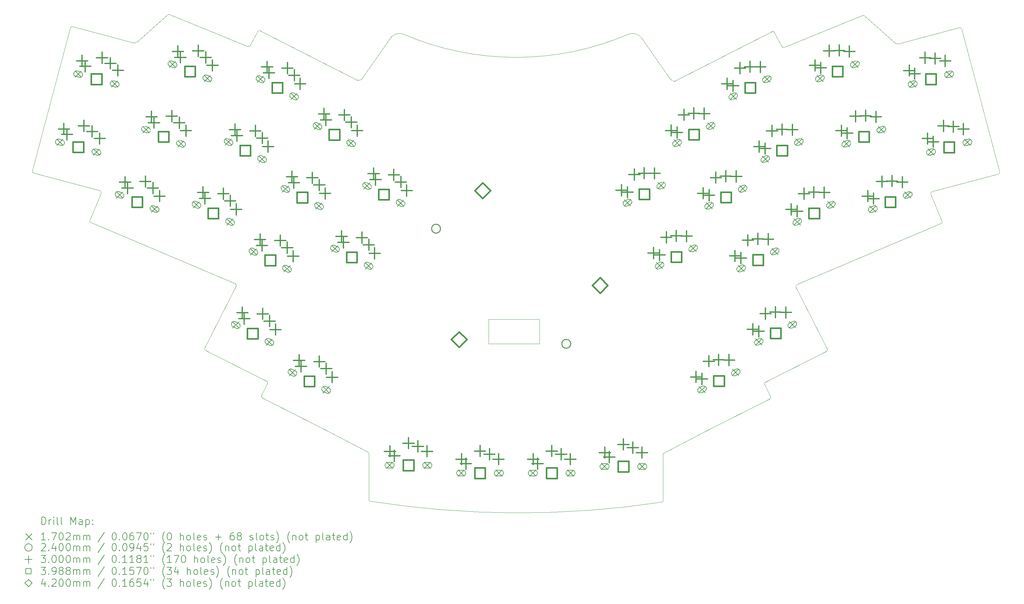
<source format=gbr>
%FSLAX45Y45*%
G04 Gerber Fmt 4.5, Leading zero omitted, Abs format (unit mm)*
G04 Created by KiCad (PCBNEW (6.0.4)) date 2022-10-16 03:21:50*
%MOMM*%
%LPD*%
G01*
G04 APERTURE LIST*
%TA.AperFunction,Profile*%
%ADD10C,0.050000*%
%TD*%
%ADD11C,0.200000*%
%ADD12C,0.170180*%
%ADD13C,0.240000*%
%ADD14C,0.300000*%
%ADD15C,0.398780*%
%ADD16C,0.420000*%
G04 APERTURE END LIST*
D10*
X3863130Y-7710207D02*
G75*
G03*
X3828629Y-7641197I-51851J17207D01*
G01*
X22611781Y-10174011D02*
G75*
G03*
X22586380Y-10250208I20269J-49089D01*
G01*
X4749177Y-3657377D02*
G75*
G03*
X4816402Y-3639673I18553J66037D01*
G01*
X21951380Y-3344608D02*
X19309780Y-4690808D01*
X21748181Y-12815609D02*
G75*
G03*
X21737235Y-12861152I17619J-28321D01*
G01*
X22002176Y-3370010D02*
G75*
G03*
X21951380Y-3344608I-41826J-20150D01*
G01*
X6651140Y-11888793D02*
G75*
G03*
X6676545Y-11952008I40200J-20557D01*
G01*
X25265309Y-3665076D02*
G75*
G03*
X25332537Y-3682774I48671J48347D01*
G01*
X19208180Y-4640008D02*
X18420780Y-3519208D01*
X7821199Y-3751008D02*
X5703126Y-2892311D01*
X24378589Y-2917711D02*
X22260515Y-3776408D01*
X21885552Y-13250946D02*
G75*
G03*
X21900440Y-13196468I-19512J34606D01*
G01*
X11102135Y-16016008D02*
G75*
G03*
X18979580Y-16041408I4020619J25386463D01*
G01*
X11078335Y-15990608D02*
G75*
G03*
X11102135Y-16016008I25825J348D01*
G01*
X23430570Y-11914196D02*
X22586380Y-10250208D01*
X3101135Y-3217607D02*
G75*
G03*
X3024935Y-3268408I-11225J-65713D01*
G01*
X7821200Y-3751005D02*
G75*
G03*
X7876335Y-3725608I13750J42695D01*
G01*
X8130334Y-3319208D02*
G75*
G03*
X8079534Y-3344608I-8964J-45572D01*
G01*
X21900440Y-13196468D02*
X21737235Y-12861152D01*
X3863134Y-7710208D02*
X3558335Y-8446808D01*
X3558335Y-8446808D02*
G75*
G03*
X3575530Y-8493486I31285J-14982D01*
G01*
X8344476Y-12835750D02*
G75*
G03*
X8333534Y-12790208I-28576J17220D01*
G01*
X8181281Y-13171071D02*
G75*
G03*
X8196163Y-13225545I34229J-19919D01*
G01*
X19030382Y-14720611D02*
G75*
G03*
X19003094Y-14763913I16059J-40369D01*
G01*
X10771935Y-4665408D02*
X8130335Y-3319208D01*
X2008938Y-7100609D02*
G75*
G03*
X2040030Y-7164797I48832J-15971D01*
G01*
X11660934Y-3519208D02*
X10873534Y-4640008D01*
X21748180Y-12815608D02*
X23405170Y-11977408D01*
X15674134Y-11774208D02*
X14302535Y-11774208D01*
X14302534Y-11113808D01*
X15674134Y-11113808D01*
X15674134Y-11774208D01*
X19003380Y-16016008D02*
X19003094Y-14763913D01*
X27056774Y-3293809D02*
G75*
G03*
X26980580Y-3243008I-64974J-14911D01*
G01*
X11991134Y-3414911D02*
G75*
G03*
X18090580Y-3414911I3049723J7046901D01*
G01*
X24432346Y-2925677D02*
G75*
G03*
X24378589Y-2917711I-33096J-37973D01*
G01*
X9933735Y-14111008D02*
X11051335Y-14695208D01*
X8344479Y-12835752D02*
X8181274Y-13171068D01*
X7495335Y-10224808D02*
X6651145Y-11888796D01*
X3575530Y-8493486D02*
X7469935Y-10148608D01*
X11078618Y-14738514D02*
G75*
G03*
X11051335Y-14695208I-43338J2944D01*
G01*
X4749177Y-3657374D02*
X3101135Y-3217608D01*
X25265313Y-3665073D02*
X24432346Y-2925677D01*
X19208176Y-4640010D02*
G75*
G03*
X19309780Y-4690808I87194J47390D01*
G01*
X7495331Y-10224806D02*
G75*
G03*
X7469935Y-10148608I-45651J27116D01*
G01*
X22611780Y-10174008D02*
X26506185Y-8518886D01*
X18420778Y-3519209D02*
G75*
G03*
X18090580Y-3414911I-238768J-181081D01*
G01*
X3024935Y-3268408D02*
X2008935Y-7100608D01*
X5649368Y-2900277D02*
X4816402Y-3639673D01*
X22205378Y-3751009D02*
G75*
G03*
X22260515Y-3776408I41392J17309D01*
G01*
X20147980Y-14136408D02*
X21885552Y-13250945D01*
X18979580Y-16041403D02*
G75*
G03*
X19003380Y-16016008I-2030J25753D01*
G01*
X8196163Y-13225545D02*
X9933735Y-14111008D01*
X2040030Y-7164797D02*
X3828629Y-7641197D01*
X28041687Y-7190204D02*
G75*
G03*
X28072780Y-7126008I-17747J48224D01*
G01*
X26253083Y-7666590D02*
G75*
G03*
X26218580Y-7735608I17357J-51810D01*
G01*
X11991136Y-3414906D02*
G75*
G03*
X11660934Y-3519208I-89246J-292294D01*
G01*
X8079534Y-3344608D02*
X7876335Y-3725608D01*
X23405169Y-11977405D02*
G75*
G03*
X23430570Y-11914196I-14799J42655D01*
G01*
X26253085Y-7666597D02*
X28041685Y-7190197D01*
X22205380Y-3751008D02*
X22002180Y-3370008D01*
X5703128Y-2892306D02*
G75*
G03*
X5649368Y-2900277I-20658J-45944D01*
G01*
X26980580Y-3243008D02*
X25332537Y-3682774D01*
X26506186Y-8518889D02*
G75*
G03*
X26523380Y-8472208I-14096J31699D01*
G01*
X11078621Y-14738514D02*
X11078335Y-15990608D01*
X26523380Y-8472208D02*
X26218580Y-7735608D01*
X19030380Y-14720608D02*
X20147980Y-14136408D01*
X6676545Y-11952008D02*
X8333534Y-12790208D01*
X10771935Y-4665406D02*
G75*
G03*
X10873534Y-4640008I28145J103326D01*
G01*
X28072780Y-7126008D02*
X27056780Y-3293808D01*
D11*
D12*
X2668747Y-6252637D02*
X2838927Y-6422817D01*
X2838927Y-6252637D02*
X2668747Y-6422817D01*
D11*
X2686106Y-6397317D02*
X2782699Y-6423199D01*
X2724976Y-6252255D02*
X2821568Y-6278137D01*
X2782699Y-6423199D02*
G75*
G03*
X2821568Y-6278137I19435J72531D01*
G01*
X2724976Y-6252255D02*
G75*
G03*
X2686106Y-6397317I-19435J-72531D01*
G01*
D12*
X3159752Y-4415598D02*
X3329932Y-4585778D01*
X3329932Y-4415598D02*
X3159752Y-4585778D01*
D11*
X3177111Y-4560278D02*
X3273704Y-4586160D01*
X3215981Y-4415216D02*
X3312573Y-4441098D01*
X3273704Y-4586160D02*
G75*
G03*
X3312573Y-4441098I19435J72531D01*
G01*
X3215981Y-4415216D02*
G75*
G03*
X3177111Y-4560278I-19435J-72531D01*
G01*
D12*
X3650025Y-6515980D02*
X3820205Y-6686160D01*
X3820205Y-6515980D02*
X3650025Y-6686160D01*
D11*
X3667384Y-6660660D02*
X3763977Y-6686542D01*
X3706254Y-6515598D02*
X3802846Y-6541479D01*
X3763977Y-6686542D02*
G75*
G03*
X3802846Y-6541479I19435J72531D01*
G01*
X3706254Y-6515597D02*
G75*
G03*
X3667384Y-6660660I-19435J-72531D01*
G01*
D12*
X4141030Y-4678941D02*
X4311211Y-4849121D01*
X4311211Y-4678941D02*
X4141030Y-4849121D01*
D11*
X4158389Y-4823621D02*
X4254982Y-4849503D01*
X4197259Y-4678559D02*
X4293852Y-4704440D01*
X4254982Y-4849503D02*
G75*
G03*
X4293852Y-4704440I19435J72531D01*
G01*
X4197259Y-4678558D02*
G75*
G03*
X4158389Y-4823621I-19435J-72531D01*
G01*
D12*
X4275125Y-7671966D02*
X4445305Y-7842146D01*
X4445305Y-7671966D02*
X4275125Y-7842146D01*
D11*
X4285726Y-7807947D02*
X4378445Y-7845408D01*
X4341985Y-7668703D02*
X4434703Y-7706164D01*
X4378445Y-7845408D02*
G75*
G03*
X4434703Y-7706164I28129J69622D01*
G01*
X4341985Y-7668703D02*
G75*
G03*
X4285726Y-7807947I-28129J-69622D01*
G01*
D12*
X4986906Y-5910357D02*
X5157086Y-6080537D01*
X5157086Y-5910357D02*
X4986906Y-6080537D01*
D11*
X4997508Y-6046339D02*
X5090226Y-6083800D01*
X5053766Y-5907094D02*
X5146484Y-5944555D01*
X5090226Y-6083800D02*
G75*
G03*
X5146484Y-5944555I28129J69622D01*
G01*
X5053766Y-5907095D02*
G75*
G03*
X4997508Y-6046339I-28129J-69622D01*
G01*
D12*
X5216995Y-8052933D02*
X5387175Y-8223113D01*
X5387175Y-8052933D02*
X5216995Y-8223113D01*
D11*
X5227597Y-8188915D02*
X5320315Y-8226376D01*
X5283855Y-8049670D02*
X5376573Y-8087131D01*
X5320315Y-8226376D02*
G75*
G03*
X5376573Y-8087131I28129J69622D01*
G01*
X5283855Y-8049671D02*
G75*
G03*
X5227597Y-8188915I-28129J-69622D01*
G01*
D12*
X5698629Y-4148667D02*
X5868809Y-4318847D01*
X5868809Y-4148667D02*
X5698629Y-4318847D01*
D11*
X5709231Y-4284649D02*
X5801949Y-4322110D01*
X5765489Y-4145404D02*
X5858208Y-4182865D01*
X5801949Y-4322110D02*
G75*
G03*
X5858208Y-4182865I28129J69622D01*
G01*
X5765489Y-4145404D02*
G75*
G03*
X5709231Y-4284649I-28129J-69622D01*
G01*
D12*
X5928776Y-6291325D02*
X6098956Y-6461505D01*
X6098956Y-6291325D02*
X5928776Y-6461505D01*
D11*
X5939378Y-6427306D02*
X6032096Y-6464767D01*
X5995636Y-6288062D02*
X6088355Y-6325523D01*
X6032096Y-6464767D02*
G75*
G03*
X6088355Y-6325523I28129J69622D01*
G01*
X5995636Y-6288062D02*
G75*
G03*
X5939378Y-6427306I-28129J-69622D01*
G01*
D12*
X6346456Y-7936324D02*
X6516636Y-8106504D01*
X6516636Y-7936324D02*
X6346456Y-8106504D01*
D11*
X6352905Y-8065620D02*
X6442006Y-8111019D01*
X6421086Y-7931809D02*
X6510186Y-7977208D01*
X6442006Y-8111019D02*
G75*
G03*
X6510186Y-7977208I34090J66906D01*
G01*
X6421086Y-7931809D02*
G75*
G03*
X6352905Y-8065620I-34090J-66906D01*
G01*
D12*
X6640500Y-4529635D02*
X6810680Y-4699815D01*
X6810680Y-4529635D02*
X6640500Y-4699815D01*
D11*
X6651101Y-4665616D02*
X6743820Y-4703077D01*
X6707360Y-4526372D02*
X6800078Y-4563833D01*
X6743820Y-4703077D02*
G75*
G03*
X6800078Y-4563833I28129J69622D01*
G01*
X6707360Y-4526372D02*
G75*
G03*
X6651101Y-4665616I-28129J-69622D01*
G01*
D12*
X7209038Y-6243411D02*
X7379218Y-6413591D01*
X7379218Y-6243411D02*
X7209038Y-6413591D01*
D11*
X7215488Y-6372708D02*
X7304588Y-6418107D01*
X7283668Y-6238896D02*
X7372769Y-6284295D01*
X7304588Y-6418107D02*
G75*
G03*
X7372768Y-6284295I34090J66906D01*
G01*
X7283668Y-6238896D02*
G75*
G03*
X7215488Y-6372708I-34090J-66906D01*
G01*
D12*
X7251539Y-8397931D02*
X7421719Y-8568111D01*
X7421719Y-8397931D02*
X7251539Y-8568111D01*
D11*
X7257988Y-8527227D02*
X7347089Y-8572626D01*
X7326168Y-8393416D02*
X7415269Y-8438815D01*
X7347089Y-8572626D02*
G75*
G03*
X7415269Y-8438815I34090J66906D01*
G01*
X7326168Y-8393416D02*
G75*
G03*
X7257988Y-8527227I-34090J-66906D01*
G01*
D12*
X7405716Y-11178646D02*
X7575896Y-11348826D01*
X7575896Y-11178646D02*
X7405716Y-11348826D01*
D11*
X7412166Y-11307942D02*
X7501267Y-11353341D01*
X7480346Y-11174131D02*
X7569447Y-11219530D01*
X7501267Y-11353341D02*
G75*
G03*
X7569447Y-11219530I34090J66906D01*
G01*
X7480346Y-11174131D02*
G75*
G03*
X7412166Y-11307942I-34090J-66906D01*
G01*
D12*
X7881268Y-9202786D02*
X8051448Y-9372966D01*
X8051448Y-9202786D02*
X7881268Y-9372966D01*
D11*
X7887717Y-9332082D02*
X7976818Y-9377481D01*
X7955897Y-9198271D02*
X8044998Y-9243670D01*
X7976818Y-9377481D02*
G75*
G03*
X8044998Y-9243670I34090J66906D01*
G01*
X7955897Y-9198271D02*
G75*
G03*
X7887717Y-9332082I-34090J-66906D01*
G01*
D12*
X8071620Y-4550499D02*
X8241800Y-4720679D01*
X8241800Y-4550499D02*
X8071620Y-4720679D01*
D11*
X8078069Y-4679795D02*
X8167170Y-4725194D01*
X8146249Y-4545984D02*
X8235350Y-4591383D01*
X8167170Y-4725194D02*
G75*
G03*
X8235350Y-4591383I34090J66906D01*
G01*
X8146249Y-4545984D02*
G75*
G03*
X8078069Y-4679795I-34090J-66906D01*
G01*
D12*
X8114121Y-6705019D02*
X8284301Y-6875199D01*
X8284301Y-6705019D02*
X8114121Y-6875199D01*
D11*
X8120570Y-6834315D02*
X8209671Y-6879714D01*
X8188751Y-6700503D02*
X8277851Y-6745902D01*
X8209671Y-6879714D02*
G75*
G03*
X8277851Y-6745902I34090J66906D01*
G01*
X8188751Y-6700503D02*
G75*
G03*
X8120570Y-6834315I-34090J-66906D01*
G01*
D12*
X8310799Y-11640253D02*
X8480979Y-11810433D01*
X8480979Y-11640253D02*
X8310799Y-11810433D01*
D11*
X8317249Y-11769549D02*
X8406349Y-11814948D01*
X8385429Y-11635738D02*
X8474530Y-11681137D01*
X8406349Y-11814948D02*
G75*
G03*
X8474530Y-11681137I34090J66906D01*
G01*
X8385429Y-11635738D02*
G75*
G03*
X8317249Y-11769549I-34090J-66906D01*
G01*
D12*
X8743849Y-7509874D02*
X8914029Y-7680054D01*
X8914029Y-7509874D02*
X8743849Y-7680054D01*
D11*
X8750299Y-7639170D02*
X8839400Y-7684569D01*
X8818479Y-7505358D02*
X8907580Y-7550757D01*
X8839400Y-7684569D02*
G75*
G03*
X8907580Y-7550757I34090J66906D01*
G01*
X8818479Y-7505358D02*
G75*
G03*
X8750299Y-7639170I-34090J-66906D01*
G01*
D12*
X8786350Y-9664394D02*
X8956530Y-9834574D01*
X8956530Y-9664394D02*
X8786350Y-9834574D01*
D11*
X8792800Y-9793690D02*
X8881901Y-9839089D01*
X8860980Y-9659878D02*
X8950081Y-9705277D01*
X8881901Y-9839089D02*
G75*
G03*
X8950081Y-9705277I34090J66906D01*
G01*
X8860980Y-9659878D02*
G75*
G03*
X8792800Y-9793690I-34090J-66906D01*
G01*
D12*
X8932983Y-12464456D02*
X9103163Y-12634636D01*
X9103163Y-12464456D02*
X8932983Y-12634636D01*
D11*
X8939433Y-12593752D02*
X9028534Y-12639151D01*
X9007613Y-12459941D02*
X9096714Y-12505340D01*
X9028534Y-12639151D02*
G75*
G03*
X9096714Y-12505340I34090J66906D01*
G01*
X9007613Y-12459941D02*
G75*
G03*
X8939433Y-12593752I-34090J-66906D01*
G01*
D12*
X8976703Y-5012106D02*
X9146883Y-5182286D01*
X9146883Y-5012106D02*
X8976703Y-5182286D01*
D11*
X8983152Y-5141403D02*
X9072253Y-5186802D01*
X9051332Y-5007591D02*
X9140433Y-5052990D01*
X9072253Y-5186802D02*
G75*
G03*
X9140433Y-5052990I34090J66906D01*
G01*
X9051332Y-5007591D02*
G75*
G03*
X8983152Y-5141403I-34090J-66906D01*
G01*
D12*
X9606432Y-5816961D02*
X9776612Y-5987141D01*
X9776612Y-5816961D02*
X9606432Y-5987141D01*
D11*
X9612881Y-5946257D02*
X9701982Y-5991656D01*
X9681061Y-5812446D02*
X9770162Y-5857845D01*
X9701982Y-5991656D02*
G75*
G03*
X9770162Y-5857845I34090J66906D01*
G01*
X9681061Y-5812446D02*
G75*
G03*
X9612881Y-5946257I-34090J-66906D01*
G01*
D12*
X9648932Y-7971481D02*
X9819112Y-8141661D01*
X9819112Y-7971481D02*
X9648932Y-8141661D01*
D11*
X9655382Y-8100777D02*
X9744482Y-8146176D01*
X9723562Y-7966966D02*
X9812663Y-8012365D01*
X9744482Y-8146176D02*
G75*
G03*
X9812663Y-8012365I34090J66906D01*
G01*
X9723562Y-7966966D02*
G75*
G03*
X9655382Y-8100777I-34090J-66906D01*
G01*
D12*
X9838066Y-12926063D02*
X10008246Y-13096243D01*
X10008246Y-12926063D02*
X9838066Y-13096243D01*
D11*
X9844516Y-13055360D02*
X9933616Y-13100759D01*
X9912696Y-12921548D02*
X10001797Y-12966947D01*
X9933616Y-13100759D02*
G75*
G03*
X10001797Y-12966947I34090J66906D01*
G01*
X9912696Y-12921548D02*
G75*
G03*
X9844516Y-13055360I-34090J-66906D01*
G01*
D12*
X10079009Y-9121643D02*
X10249189Y-9291823D01*
X10249189Y-9121643D02*
X10079009Y-9291823D01*
D11*
X10085459Y-9250939D02*
X10174560Y-9296338D01*
X10153639Y-9117128D02*
X10242740Y-9162527D01*
X10174560Y-9296338D02*
G75*
G03*
X10242740Y-9162527I34090J66906D01*
G01*
X10153639Y-9117128D02*
G75*
G03*
X10085459Y-9250939I-34090J-66906D01*
G01*
D12*
X10511514Y-6278568D02*
X10681694Y-6448748D01*
X10681694Y-6278568D02*
X10511514Y-6448748D01*
D11*
X10517964Y-6407865D02*
X10607065Y-6453264D01*
X10586144Y-6274053D02*
X10675245Y-6319452D01*
X10607065Y-6453264D02*
G75*
G03*
X10675245Y-6319452I34090J66906D01*
G01*
X10586144Y-6274053D02*
G75*
G03*
X10517964Y-6407865I-34090J-66906D01*
G01*
D12*
X10941592Y-7428731D02*
X11111772Y-7598911D01*
X11111772Y-7428731D02*
X10941592Y-7598911D01*
D11*
X10948041Y-7558027D02*
X11037142Y-7603426D01*
X11016221Y-7424215D02*
X11105322Y-7469614D01*
X11037142Y-7603426D02*
G75*
G03*
X11105322Y-7469614I34090J66906D01*
G01*
X11016221Y-7424215D02*
G75*
G03*
X10948041Y-7558027I-34090J-66906D01*
G01*
D12*
X10984092Y-9583250D02*
X11154272Y-9753430D01*
X11154272Y-9583250D02*
X10984092Y-9753430D01*
D11*
X10990542Y-9712546D02*
X11079642Y-9757945D01*
X11058722Y-9578735D02*
X11147823Y-9624134D01*
X11079642Y-9757945D02*
G75*
G03*
X11147823Y-9624134I34090J66906D01*
G01*
X11058722Y-9578735D02*
G75*
G03*
X10990542Y-9712546I-34090J-66906D01*
G01*
D12*
X11550445Y-14961453D02*
X11720625Y-15131633D01*
X11720625Y-14961453D02*
X11550445Y-15131633D01*
D11*
X11585535Y-15121633D02*
X11685535Y-15121633D01*
X11585535Y-14971453D02*
X11685535Y-14971453D01*
X11685535Y-15121633D02*
G75*
G03*
X11685535Y-14971453I0J75090D01*
G01*
X11585535Y-14971453D02*
G75*
G03*
X11585535Y-15121633I0J-75090D01*
G01*
D12*
X11846674Y-7890338D02*
X12016854Y-8060518D01*
X12016854Y-7890338D02*
X11846674Y-8060518D01*
D11*
X11853124Y-8019634D02*
X11942224Y-8065033D01*
X11921304Y-7885823D02*
X12010405Y-7931222D01*
X11942224Y-8065033D02*
G75*
G03*
X12010405Y-7931222I34090J66906D01*
G01*
X11921304Y-7885823D02*
G75*
G03*
X11853124Y-8019634I-34090J-66906D01*
G01*
D12*
X12566445Y-14961849D02*
X12736625Y-15132029D01*
X12736625Y-14961849D02*
X12566445Y-15132029D01*
D11*
X12601535Y-15122029D02*
X12701535Y-15122029D01*
X12601535Y-14971849D02*
X12701535Y-14971849D01*
X12701535Y-15122029D02*
G75*
G03*
X12701535Y-14971849I0J75090D01*
G01*
X12601535Y-14971849D02*
G75*
G03*
X12601535Y-15122029I0J-75090D01*
G01*
D12*
X13478444Y-15173122D02*
X13648624Y-15343302D01*
X13648624Y-15173122D02*
X13478444Y-15343302D01*
D11*
X13513534Y-15333302D02*
X13613534Y-15333302D01*
X13513534Y-15183122D02*
X13613534Y-15183122D01*
X13613534Y-15333302D02*
G75*
G03*
X13613534Y-15183122I0J75090D01*
G01*
X13513534Y-15183122D02*
G75*
G03*
X13513534Y-15333302I0J-75090D01*
G01*
D12*
X14494444Y-15173518D02*
X14664624Y-15343698D01*
X14664624Y-15173518D02*
X14494444Y-15343698D01*
D11*
X14529534Y-15333698D02*
X14629534Y-15333698D01*
X14529534Y-15183518D02*
X14629534Y-15183518D01*
X14629534Y-15333698D02*
G75*
G03*
X14629534Y-15183518I0J75090D01*
G01*
X14529534Y-15183518D02*
G75*
G03*
X14529534Y-15333698I0J-75090D01*
G01*
D12*
X15411003Y-15173452D02*
X15581183Y-15343632D01*
X15581183Y-15173452D02*
X15411003Y-15343632D01*
D11*
X15446093Y-15333632D02*
X15546093Y-15333632D01*
X15446093Y-15183452D02*
X15546093Y-15183452D01*
X15546093Y-15333632D02*
G75*
G03*
X15546093Y-15183452I0J75090D01*
G01*
X15446093Y-15183452D02*
G75*
G03*
X15446093Y-15333632I0J-75090D01*
G01*
D12*
X16427003Y-15173848D02*
X16597183Y-15344028D01*
X16597183Y-15173848D02*
X16427003Y-15344028D01*
D11*
X16462093Y-15334028D02*
X16562093Y-15334028D01*
X16462093Y-15183848D02*
X16562093Y-15183848D01*
X16562093Y-15334028D02*
G75*
G03*
X16562093Y-15183848I0J75090D01*
G01*
X16462093Y-15183848D02*
G75*
G03*
X16462093Y-15334028I0J-75090D01*
G01*
D12*
X17341403Y-14995652D02*
X17511583Y-15165832D01*
X17511583Y-14995652D02*
X17341403Y-15165832D01*
D11*
X17376493Y-15155832D02*
X17476493Y-15155832D01*
X17376493Y-15005652D02*
X17476493Y-15005652D01*
X17476493Y-15155832D02*
G75*
G03*
X17476493Y-15005652I0J75090D01*
G01*
X17376493Y-15005652D02*
G75*
G03*
X17376493Y-15155832I0J-75090D01*
G01*
D12*
X17961560Y-7882601D02*
X18131740Y-8052781D01*
X18131740Y-7882601D02*
X17961560Y-8052781D01*
D11*
X18036190Y-8057296D02*
X18125291Y-8011897D01*
X17968010Y-7923484D02*
X18057110Y-7878085D01*
X18125291Y-8011897D02*
G75*
G03*
X18057110Y-7878085I-34090J66906D01*
G01*
X17968010Y-7923484D02*
G75*
G03*
X18036190Y-8057296I34090J-66906D01*
G01*
D12*
X18357403Y-14996049D02*
X18527583Y-15166229D01*
X18527583Y-14996049D02*
X18357403Y-15166229D01*
D11*
X18392493Y-15156229D02*
X18492493Y-15156229D01*
X18392493Y-15006049D02*
X18492493Y-15006049D01*
X18492493Y-15156229D02*
G75*
G03*
X18492493Y-15006049I0J75090D01*
G01*
X18392493Y-15006049D02*
G75*
G03*
X18392493Y-15156229I0J-75090D01*
G01*
D12*
X18824142Y-9575513D02*
X18994322Y-9745693D01*
X18994322Y-9575513D02*
X18824142Y-9745693D01*
D11*
X18898772Y-9750208D02*
X18987872Y-9704809D01*
X18830591Y-9616397D02*
X18919692Y-9570998D01*
X18987872Y-9704809D02*
G75*
G03*
X18919692Y-9570998I-34090J66906D01*
G01*
X18830592Y-9616397D02*
G75*
G03*
X18898772Y-9750208I34090J-66906D01*
G01*
D12*
X18867003Y-7421699D02*
X19037183Y-7591879D01*
X19037183Y-7421699D02*
X18867003Y-7591879D01*
D11*
X18941632Y-7596394D02*
X19030733Y-7550995D01*
X18873452Y-7462583D02*
X18962553Y-7417184D01*
X19030733Y-7550995D02*
G75*
G03*
X18962553Y-7417184I-34090J66906D01*
G01*
X18873452Y-7462583D02*
G75*
G03*
X18941632Y-7596394I34090J-66906D01*
G01*
D12*
X19296720Y-6270831D02*
X19466900Y-6441011D01*
X19466900Y-6270831D02*
X19296720Y-6441011D01*
D11*
X19371350Y-6445527D02*
X19460451Y-6400128D01*
X19303170Y-6311715D02*
X19392271Y-6266316D01*
X19460451Y-6400128D02*
G75*
G03*
X19392271Y-6266316I-34090J66906D01*
G01*
X19303170Y-6311715D02*
G75*
G03*
X19371350Y-6445527I34090J-66906D01*
G01*
D12*
X19729584Y-9114612D02*
X19899764Y-9284792D01*
X19899764Y-9114612D02*
X19729584Y-9284792D01*
D11*
X19804214Y-9289307D02*
X19893315Y-9243908D01*
X19736034Y-9155496D02*
X19825135Y-9110097D01*
X19893315Y-9243908D02*
G75*
G03*
X19825135Y-9110097I-34090J66906D01*
G01*
X19736034Y-9155496D02*
G75*
G03*
X19804214Y-9289307I34090J-66906D01*
G01*
D12*
X19970168Y-12918326D02*
X20140348Y-13088506D01*
X20140348Y-12918326D02*
X19970168Y-13088506D01*
D11*
X20044798Y-13093021D02*
X20133899Y-13047622D01*
X19976618Y-12959210D02*
X20065719Y-12913811D01*
X20133899Y-13047622D02*
G75*
G03*
X20065719Y-12913811I-34090J66906D01*
G01*
X19976618Y-12959210D02*
G75*
G03*
X20044798Y-13093021I34090J-66906D01*
G01*
D12*
X20159302Y-7963744D02*
X20329482Y-8133924D01*
X20329482Y-7963744D02*
X20159302Y-8133924D01*
D11*
X20233932Y-8138439D02*
X20323032Y-8093040D01*
X20165751Y-8004628D02*
X20254852Y-7959229D01*
X20323032Y-8093040D02*
G75*
G03*
X20254852Y-7959229I-34090J66906D01*
G01*
X20165752Y-8004628D02*
G75*
G03*
X20233932Y-8138439I34090J-66906D01*
G01*
D12*
X20202163Y-5809930D02*
X20372343Y-5980110D01*
X20372343Y-5809930D02*
X20202163Y-5980110D01*
D11*
X20276793Y-5984625D02*
X20365893Y-5939226D01*
X20208612Y-5850814D02*
X20297713Y-5805415D01*
X20365893Y-5939226D02*
G75*
G03*
X20297713Y-5805415I-34090J66906D01*
G01*
X20208612Y-5850814D02*
G75*
G03*
X20276793Y-5984625I34090J-66906D01*
G01*
D12*
X20810436Y-5012279D02*
X20980616Y-5182459D01*
X20980616Y-5012279D02*
X20810436Y-5182459D01*
D11*
X20885066Y-5186974D02*
X20974166Y-5141575D01*
X20816885Y-5053162D02*
X20905986Y-5007763D01*
X20974166Y-5141575D02*
G75*
G03*
X20905986Y-5007763I-34090J66906D01*
G01*
X20816885Y-5053162D02*
G75*
G03*
X20885066Y-5186974I34090J-66906D01*
G01*
D12*
X20875611Y-12457425D02*
X21045791Y-12627605D01*
X21045791Y-12457425D02*
X20875611Y-12627605D01*
D11*
X20950241Y-12632120D02*
X21039341Y-12586721D01*
X20882060Y-12498309D02*
X20971161Y-12452910D01*
X21039341Y-12586721D02*
G75*
G03*
X20971161Y-12452910I-34090J66906D01*
G01*
X20882060Y-12498309D02*
G75*
G03*
X20950241Y-12632120I34090J-66906D01*
G01*
D12*
X21021884Y-9656657D02*
X21192064Y-9826837D01*
X21192064Y-9656657D02*
X21021884Y-9826837D01*
D11*
X21096514Y-9831352D02*
X21185614Y-9785953D01*
X21028333Y-9697540D02*
X21117434Y-9652141D01*
X21185614Y-9785953D02*
G75*
G03*
X21117434Y-9652141I-34090J66906D01*
G01*
X21028334Y-9697540D02*
G75*
G03*
X21096514Y-9831352I34090J-66906D01*
G01*
D12*
X21064744Y-7502843D02*
X21234924Y-7673023D01*
X21234924Y-7502843D02*
X21064744Y-7673023D01*
D11*
X21139374Y-7677538D02*
X21228475Y-7632139D01*
X21071194Y-7543726D02*
X21160295Y-7498327D01*
X21228475Y-7632139D02*
G75*
G03*
X21160295Y-7498327I-34090J66906D01*
G01*
X21071194Y-7543726D02*
G75*
G03*
X21139374Y-7677538I34090J-66906D01*
G01*
D12*
X21497435Y-11632516D02*
X21667615Y-11802696D01*
X21667615Y-11632516D02*
X21497435Y-11802696D01*
D11*
X21572065Y-11807211D02*
X21661166Y-11761812D01*
X21503885Y-11673400D02*
X21592985Y-11628001D01*
X21661166Y-11761812D02*
G75*
G03*
X21592985Y-11628001I-34090J66906D01*
G01*
X21503885Y-11673400D02*
G75*
G03*
X21572065Y-11807211I34090J-66906D01*
G01*
D12*
X21673018Y-6705191D02*
X21843198Y-6875371D01*
X21843198Y-6705191D02*
X21673018Y-6875371D01*
D11*
X21747648Y-6879886D02*
X21836748Y-6834487D01*
X21679467Y-6746075D02*
X21768568Y-6700676D01*
X21836748Y-6834487D02*
G75*
G03*
X21768568Y-6700676I-34090J66906D01*
G01*
X21679467Y-6746075D02*
G75*
G03*
X21747648Y-6879886I34090J-66906D01*
G01*
D12*
X21715878Y-4551377D02*
X21886058Y-4721557D01*
X21886058Y-4551377D02*
X21715878Y-4721557D01*
D11*
X21790508Y-4726072D02*
X21879609Y-4680673D01*
X21722328Y-4592261D02*
X21811428Y-4546862D01*
X21879609Y-4680673D02*
G75*
G03*
X21811428Y-4546862I-34090J66906D01*
G01*
X21722328Y-4592261D02*
G75*
G03*
X21790508Y-4726072I34090J-66906D01*
G01*
D12*
X21927326Y-9195755D02*
X22097506Y-9365935D01*
X22097506Y-9195755D02*
X21927326Y-9365935D01*
D11*
X22001956Y-9370450D02*
X22091057Y-9325051D01*
X21933776Y-9236639D02*
X22022877Y-9191240D01*
X22091057Y-9325051D02*
G75*
G03*
X22022877Y-9191240I-34090J66906D01*
G01*
X21933776Y-9236639D02*
G75*
G03*
X22001956Y-9370450I34090J-66906D01*
G01*
D12*
X22402877Y-11171615D02*
X22573057Y-11341795D01*
X22573057Y-11171615D02*
X22402877Y-11341795D01*
D11*
X22477507Y-11346310D02*
X22566608Y-11300911D01*
X22409327Y-11212499D02*
X22498428Y-11167100D01*
X22566608Y-11300911D02*
G75*
G03*
X22498428Y-11167100I-34090J66906D01*
G01*
X22409327Y-11212499D02*
G75*
G03*
X22477507Y-11346310I34090J-66906D01*
G01*
D12*
X22535599Y-8398103D02*
X22705779Y-8568283D01*
X22705779Y-8398103D02*
X22535599Y-8568283D01*
D11*
X22610229Y-8572798D02*
X22699330Y-8527399D01*
X22542049Y-8438987D02*
X22631150Y-8393588D01*
X22699330Y-8527399D02*
G75*
G03*
X22631150Y-8393588I-34090J66906D01*
G01*
X22542049Y-8438987D02*
G75*
G03*
X22610229Y-8572798I34090J-66906D01*
G01*
D12*
X22578460Y-6244290D02*
X22748640Y-6414470D01*
X22748640Y-6244290D02*
X22578460Y-6414470D01*
D11*
X22653090Y-6418985D02*
X22742191Y-6373586D01*
X22584910Y-6285173D02*
X22674010Y-6239774D01*
X22742191Y-6373586D02*
G75*
G03*
X22674010Y-6239774I-34090J66906D01*
G01*
X22584910Y-6285173D02*
G75*
G03*
X22653090Y-6418985I34090J-66906D01*
G01*
D12*
X23146687Y-4529831D02*
X23316867Y-4700011D01*
X23316867Y-4529831D02*
X23146687Y-4700011D01*
D11*
X23213547Y-4703274D02*
X23306266Y-4665813D01*
X23157289Y-4564029D02*
X23250007Y-4526568D01*
X23306266Y-4665813D02*
G75*
G03*
X23250007Y-4526568I-28129J69622D01*
G01*
X23157289Y-4564029D02*
G75*
G03*
X23213547Y-4703273I28129J-69622D01*
G01*
D12*
X23441042Y-7937202D02*
X23611222Y-8107382D01*
X23611222Y-7937202D02*
X23441042Y-8107382D01*
D11*
X23515672Y-8111897D02*
X23604772Y-8066498D01*
X23447491Y-7978086D02*
X23536592Y-7932687D01*
X23604772Y-8066498D02*
G75*
G03*
X23536592Y-7932687I-34090J66906D01*
G01*
X23447491Y-7978086D02*
G75*
G03*
X23515672Y-8111897I34090J-66906D01*
G01*
D12*
X23858440Y-6291480D02*
X24028620Y-6461660D01*
X24028620Y-6291480D02*
X23858440Y-6461660D01*
D11*
X23925300Y-6464923D02*
X24018018Y-6427462D01*
X23869041Y-6325678D02*
X23961760Y-6288217D01*
X24018018Y-6427462D02*
G75*
G03*
X23961760Y-6288217I-28129J69622D01*
G01*
X23869041Y-6325678D02*
G75*
G03*
X23925300Y-6464922I28129J-69622D01*
G01*
D12*
X24088854Y-4149598D02*
X24259034Y-4319778D01*
X24259034Y-4149598D02*
X24088854Y-4319778D01*
D11*
X24155714Y-4323041D02*
X24248433Y-4285580D01*
X24099456Y-4183796D02*
X24192174Y-4146335D01*
X24248433Y-4285580D02*
G75*
G03*
X24192174Y-4146335I-28129J69622D01*
G01*
X24099456Y-4183796D02*
G75*
G03*
X24155714Y-4323040I28129J-69622D01*
G01*
D12*
X24570192Y-8053129D02*
X24740372Y-8223309D01*
X24740372Y-8053129D02*
X24570192Y-8223309D01*
D11*
X24637052Y-8226572D02*
X24729770Y-8189111D01*
X24580794Y-8087328D02*
X24673512Y-8049867D01*
X24729770Y-8189111D02*
G75*
G03*
X24673512Y-8049867I-28129J69622D01*
G01*
X24580794Y-8087328D02*
G75*
G03*
X24637052Y-8226572I28129J-69622D01*
G01*
D12*
X24800607Y-5911247D02*
X24970787Y-6081427D01*
X24970787Y-5911247D02*
X24800607Y-6081427D01*
D11*
X24867467Y-6084690D02*
X24960185Y-6047229D01*
X24811208Y-5945445D02*
X24903927Y-5907984D01*
X24960185Y-6047229D02*
G75*
G03*
X24903927Y-5907984I-28129J69622D01*
G01*
X24811208Y-5945445D02*
G75*
G03*
X24867467Y-6084689I28129J-69622D01*
G01*
D12*
X25512359Y-7672896D02*
X25682539Y-7843076D01*
X25682539Y-7672896D02*
X25512359Y-7843076D01*
D11*
X25579219Y-7846339D02*
X25671938Y-7808878D01*
X25522961Y-7707095D02*
X25615679Y-7669634D01*
X25671938Y-7808878D02*
G75*
G03*
X25615679Y-7669634I-28129J69622D01*
G01*
X25522961Y-7707095D02*
G75*
G03*
X25579219Y-7846339I28129J-69622D01*
G01*
D12*
X25644575Y-4680252D02*
X25814755Y-4850432D01*
X25814755Y-4680252D02*
X25644575Y-4850432D01*
D11*
X25700803Y-4850815D02*
X25797396Y-4824933D01*
X25661934Y-4705752D02*
X25758527Y-4679870D01*
X25797396Y-4824933D02*
G75*
G03*
X25758527Y-4679870I-19435J72531D01*
G01*
X25661934Y-4705752D02*
G75*
G03*
X25700803Y-4850815I19435J-72531D01*
G01*
D12*
X26137197Y-6516257D02*
X26307377Y-6686437D01*
X26307377Y-6516257D02*
X26137197Y-6686437D01*
D11*
X26193426Y-6686819D02*
X26290018Y-6660937D01*
X26154556Y-6541757D02*
X26251149Y-6515875D01*
X26290018Y-6660937D02*
G75*
G03*
X26251149Y-6515875I-19435J72531D01*
G01*
X26154556Y-6541757D02*
G75*
G03*
X26193426Y-6686819I19435J-72531D01*
G01*
D12*
X26626058Y-4417675D02*
X26796238Y-4587855D01*
X26796238Y-4417675D02*
X26626058Y-4587855D01*
D11*
X26682286Y-4588237D02*
X26778879Y-4562355D01*
X26643417Y-4443174D02*
X26740010Y-4417292D01*
X26778879Y-4562355D02*
G75*
G03*
X26740010Y-4417292I-19435J72531D01*
G01*
X26643417Y-4443174D02*
G75*
G03*
X26682286Y-4588237I19435J-72531D01*
G01*
D12*
X27118680Y-6253679D02*
X27288860Y-6423859D01*
X27288860Y-6253679D02*
X27118680Y-6423859D01*
D11*
X27174909Y-6424242D02*
X27271501Y-6398360D01*
X27136039Y-6279179D02*
X27232632Y-6253297D01*
X27271501Y-6398360D02*
G75*
G03*
X27232632Y-6253297I-19435J72531D01*
G01*
X27136039Y-6279179D02*
G75*
G03*
X27174909Y-6424242I19435J-72531D01*
G01*
D13*
X13006774Y-8667134D02*
G75*
G03*
X13006774Y-8667134I-120000J0D01*
G01*
X16515204Y-11772039D02*
G75*
G03*
X16515204Y-11772039I-120000J0D01*
G01*
D14*
X2858838Y-5827701D02*
X2858838Y-6127701D01*
X2708838Y-5977701D02*
X3008838Y-5977701D01*
X2942147Y-5975635D02*
X2942147Y-6275635D01*
X2792147Y-6125635D02*
X3092147Y-6125635D01*
X3349843Y-3990662D02*
X3349843Y-4290662D01*
X3199843Y-4140662D02*
X3499843Y-4140662D01*
X3398741Y-5744607D02*
X3398741Y-6044607D01*
X3248741Y-5894607D02*
X3548741Y-5894607D01*
X3433152Y-4138595D02*
X3433152Y-4438596D01*
X3283152Y-4288596D02*
X3583152Y-4288596D01*
X3621250Y-5894639D02*
X3621250Y-6194639D01*
X3471250Y-6044639D02*
X3771250Y-6044639D01*
X3824445Y-6086777D02*
X3824445Y-6386777D01*
X3674445Y-6236777D02*
X3974445Y-6236777D01*
X3889746Y-3907568D02*
X3889746Y-4207568D01*
X3739746Y-4057568D02*
X4039746Y-4057568D01*
X4112255Y-4057600D02*
X4112255Y-4357600D01*
X3962255Y-4207600D02*
X4262255Y-4207600D01*
X4315450Y-4249738D02*
X4315450Y-4549738D01*
X4165450Y-4399738D02*
X4465450Y-4399738D01*
X4508309Y-7262509D02*
X4508309Y-7562509D01*
X4358309Y-7412509D02*
X4658309Y-7412509D01*
X4572969Y-7419493D02*
X4572969Y-7719493D01*
X4422969Y-7569493D02*
X4722969Y-7569493D01*
X5054314Y-7245832D02*
X5054314Y-7545832D01*
X4904314Y-7395832D02*
X5204314Y-7395832D01*
X5220090Y-5500901D02*
X5220090Y-5800901D01*
X5070090Y-5650901D02*
X5370090Y-5650901D01*
X5256880Y-7421864D02*
X5256880Y-7721864D01*
X5106880Y-7571864D02*
X5406880Y-7571864D01*
X5284750Y-5657885D02*
X5284750Y-5957885D01*
X5134750Y-5807885D02*
X5434750Y-5807885D01*
X5435145Y-7637332D02*
X5435145Y-7937332D01*
X5285145Y-7787332D02*
X5585145Y-7787332D01*
X5766095Y-5484224D02*
X5766095Y-5784224D01*
X5616095Y-5634224D02*
X5916095Y-5634224D01*
X5931814Y-3739211D02*
X5931814Y-4039211D01*
X5781814Y-3889211D02*
X6081814Y-3889211D01*
X5968662Y-5660255D02*
X5968662Y-5960255D01*
X5818662Y-5810255D02*
X6118662Y-5810255D01*
X5996473Y-3896195D02*
X5996473Y-4196195D01*
X5846473Y-4046195D02*
X6146473Y-4046195D01*
X6146926Y-5875724D02*
X6146926Y-6175724D01*
X5996926Y-6025724D02*
X6296926Y-6025724D01*
X6477819Y-3722534D02*
X6477819Y-4022534D01*
X6327819Y-3872534D02*
X6627819Y-3872534D01*
X6609106Y-7541086D02*
X6609106Y-7841086D01*
X6459106Y-7691086D02*
X6759106Y-7691086D01*
X6659837Y-7703108D02*
X6659837Y-8003108D01*
X6509837Y-7853108D02*
X6809837Y-7853108D01*
X6680385Y-3898565D02*
X6680385Y-4198565D01*
X6530385Y-4048565D02*
X6830385Y-4048565D01*
X6858650Y-4114034D02*
X6858650Y-4414034D01*
X6708650Y-4264034D02*
X7008650Y-4264034D01*
X7154487Y-7572060D02*
X7154487Y-7872060D01*
X7004487Y-7722060D02*
X7304487Y-7722060D01*
X7340940Y-7765076D02*
X7340940Y-8065076D01*
X7190940Y-7915076D02*
X7490940Y-7915076D01*
X7471688Y-5848174D02*
X7471688Y-6148174D01*
X7321688Y-5998174D02*
X7621688Y-5998174D01*
X7499747Y-7995262D02*
X7499747Y-8295262D01*
X7349747Y-8145262D02*
X7649747Y-8145262D01*
X7522420Y-6010195D02*
X7522420Y-6310195D01*
X7372420Y-6160195D02*
X7672420Y-6160195D01*
X7668366Y-10783408D02*
X7668366Y-11083408D01*
X7518366Y-10933408D02*
X7818366Y-10933408D01*
X7719098Y-10945430D02*
X7719098Y-11245430D01*
X7569098Y-11095430D02*
X7869098Y-11095430D01*
X8017069Y-5879147D02*
X8017069Y-6179147D01*
X7867069Y-6029147D02*
X8167069Y-6029147D01*
X8143917Y-8807549D02*
X8143917Y-9107549D01*
X7993917Y-8957549D02*
X8293917Y-8957549D01*
X8194649Y-8969570D02*
X8194649Y-9269570D01*
X8044649Y-9119570D02*
X8344649Y-9119570D01*
X8203522Y-6072164D02*
X8203522Y-6372164D01*
X8053522Y-6222164D02*
X8353522Y-6222164D01*
X8213747Y-10814382D02*
X8213747Y-11114382D01*
X8063747Y-10964382D02*
X8363747Y-10964382D01*
X8334269Y-4155261D02*
X8334269Y-4455261D01*
X8184269Y-4305261D02*
X8484269Y-4305261D01*
X8362329Y-6302349D02*
X8362329Y-6602349D01*
X8212329Y-6452349D02*
X8512329Y-6452349D01*
X8385001Y-4317283D02*
X8385001Y-4617283D01*
X8235001Y-4467283D02*
X8535001Y-4467283D01*
X8400201Y-11007398D02*
X8400201Y-11307398D01*
X8250201Y-11157398D02*
X8550201Y-11157398D01*
X8559008Y-11237584D02*
X8559008Y-11537584D01*
X8409008Y-11387584D02*
X8709008Y-11387584D01*
X8689299Y-8838522D02*
X8689299Y-9138522D01*
X8539299Y-8988522D02*
X8839299Y-8988522D01*
X8875752Y-9031539D02*
X8875752Y-9331539D01*
X8725752Y-9181539D02*
X9025752Y-9181539D01*
X8879651Y-4186235D02*
X8879651Y-4486235D01*
X8729651Y-4336235D02*
X9029651Y-4336235D01*
X9006499Y-7114636D02*
X9006499Y-7414636D01*
X8856499Y-7264636D02*
X9156499Y-7264636D01*
X9034559Y-9261724D02*
X9034559Y-9561724D01*
X8884559Y-9411724D02*
X9184559Y-9411724D01*
X9057231Y-7276658D02*
X9057231Y-7576658D01*
X8907231Y-7426658D02*
X9207231Y-7426658D01*
X9066104Y-4379251D02*
X9066104Y-4679251D01*
X8916104Y-4529251D02*
X9216104Y-4529251D01*
X9195633Y-12069218D02*
X9195633Y-12369218D01*
X9045633Y-12219218D02*
X9345633Y-12219218D01*
X9224911Y-4609437D02*
X9224911Y-4909437D01*
X9074911Y-4759437D02*
X9374911Y-4759437D01*
X9246365Y-12231240D02*
X9246365Y-12531240D01*
X9096365Y-12381240D02*
X9396365Y-12381240D01*
X9551880Y-7145610D02*
X9551880Y-7445610D01*
X9401880Y-7295610D02*
X9701880Y-7295610D01*
X9738334Y-7338626D02*
X9738334Y-7638626D01*
X9588334Y-7488626D02*
X9888334Y-7488626D01*
X9741014Y-12100192D02*
X9741014Y-12400192D01*
X9591014Y-12250192D02*
X9891014Y-12250192D01*
X9869081Y-5421724D02*
X9869081Y-5721723D01*
X9719081Y-5571724D02*
X10019081Y-5571724D01*
X9897141Y-7568812D02*
X9897141Y-7868812D01*
X9747141Y-7718812D02*
X10047141Y-7718812D01*
X9919813Y-5583745D02*
X9919813Y-5883745D01*
X9769813Y-5733745D02*
X10069813Y-5733745D01*
X9927468Y-12293208D02*
X9927468Y-12593208D01*
X9777468Y-12443208D02*
X10077468Y-12443208D01*
X10086275Y-12523394D02*
X10086275Y-12823394D01*
X9936275Y-12673394D02*
X10236275Y-12673394D01*
X10341659Y-8726405D02*
X10341659Y-9026405D01*
X10191659Y-8876405D02*
X10491659Y-8876405D01*
X10392391Y-8888427D02*
X10392391Y-9188427D01*
X10242391Y-9038427D02*
X10542391Y-9038427D01*
X10414462Y-5452697D02*
X10414462Y-5752697D01*
X10264462Y-5602697D02*
X10564462Y-5602697D01*
X10600916Y-5645714D02*
X10600916Y-5945714D01*
X10450916Y-5795714D02*
X10750916Y-5795714D01*
X10759723Y-5875899D02*
X10759723Y-6175899D01*
X10609723Y-6025899D02*
X10909723Y-6025899D01*
X10887040Y-8757379D02*
X10887040Y-9057379D01*
X10737040Y-8907379D02*
X11037040Y-8907379D01*
X11073494Y-8950395D02*
X11073494Y-9250395D01*
X10923494Y-9100395D02*
X11223494Y-9100395D01*
X11204241Y-7033493D02*
X11204241Y-7333493D01*
X11054241Y-7183493D02*
X11354241Y-7183493D01*
X11232301Y-9180581D02*
X11232301Y-9480581D01*
X11082301Y-9330581D02*
X11382301Y-9330581D01*
X11254973Y-7195515D02*
X11254973Y-7495515D01*
X11104973Y-7345515D02*
X11404973Y-7345515D01*
X11643776Y-14521608D02*
X11643776Y-14821608D01*
X11493776Y-14671608D02*
X11793776Y-14671608D01*
X11749622Y-7064467D02*
X11749622Y-7364467D01*
X11599622Y-7214467D02*
X11899622Y-7214467D01*
X11762535Y-14642939D02*
X11762535Y-14942939D01*
X11612535Y-14792939D02*
X11912535Y-14792939D01*
X11936076Y-7257483D02*
X11936076Y-7557483D01*
X11786076Y-7407483D02*
X12086076Y-7407483D01*
X12094883Y-7487668D02*
X12094883Y-7787668D01*
X11944883Y-7637668D02*
X12244883Y-7637668D01*
X12143776Y-14301608D02*
X12143776Y-14601608D01*
X11993776Y-14451608D02*
X12293776Y-14451608D01*
X12397535Y-14388939D02*
X12397535Y-14688939D01*
X12247535Y-14538939D02*
X12547535Y-14538939D01*
X12643535Y-14521939D02*
X12643535Y-14821939D01*
X12493535Y-14671939D02*
X12793535Y-14671939D01*
X13571776Y-14733277D02*
X13571776Y-15033277D01*
X13421776Y-14883277D02*
X13721776Y-14883277D01*
X13690534Y-14854608D02*
X13690534Y-15154608D01*
X13540534Y-15004608D02*
X13840534Y-15004608D01*
X14071776Y-14513277D02*
X14071776Y-14813277D01*
X13921776Y-14663277D02*
X14221776Y-14663277D01*
X14325534Y-14600608D02*
X14325534Y-14900608D01*
X14175534Y-14750608D02*
X14475534Y-14750608D01*
X14571534Y-14733608D02*
X14571534Y-15033608D01*
X14421534Y-14883608D02*
X14721534Y-14883608D01*
X15504334Y-14733608D02*
X15504334Y-15033608D01*
X15354334Y-14883608D02*
X15654334Y-14883608D01*
X15623093Y-14854938D02*
X15623093Y-15154938D01*
X15473093Y-15004938D02*
X15773093Y-15004938D01*
X16004334Y-14513608D02*
X16004334Y-14813608D01*
X15854334Y-14663608D02*
X16154334Y-14663608D01*
X16258093Y-14600938D02*
X16258093Y-14900938D01*
X16108093Y-14750938D02*
X16408093Y-14750938D01*
X16504093Y-14733938D02*
X16504093Y-15033938D01*
X16354093Y-14883938D02*
X16654093Y-14883938D01*
X17434735Y-14555808D02*
X17434735Y-14855808D01*
X17284735Y-14705808D02*
X17584735Y-14705808D01*
X17553493Y-14677139D02*
X17553493Y-14977139D01*
X17403493Y-14827139D02*
X17703493Y-14827139D01*
X17883776Y-7479880D02*
X17883776Y-7779880D01*
X17733776Y-7629880D02*
X18033776Y-7629880D01*
X17934735Y-14335808D02*
X17934735Y-14635808D01*
X17784735Y-14485808D02*
X18084735Y-14485808D01*
X18044674Y-7534071D02*
X18044674Y-7834071D01*
X17894674Y-7684071D02*
X18194674Y-7684071D01*
X18188493Y-14423139D02*
X18188493Y-14723139D01*
X18038493Y-14573139D02*
X18338493Y-14573139D01*
X18229402Y-7056863D02*
X18229402Y-7356863D01*
X18079402Y-7206863D02*
X18379402Y-7206863D01*
X18434493Y-14556139D02*
X18434493Y-14856139D01*
X18284493Y-14706139D02*
X18584493Y-14706139D01*
X18495150Y-7019472D02*
X18495150Y-7319472D01*
X18345150Y-7169472D02*
X18645150Y-7169472D01*
X18746358Y-9172793D02*
X18746358Y-9472793D01*
X18596358Y-9322793D02*
X18896358Y-9322793D01*
X18774718Y-7026294D02*
X18774718Y-7326294D01*
X18624718Y-7176294D02*
X18924718Y-7176294D01*
X18907256Y-9226984D02*
X18907256Y-9526984D01*
X18757256Y-9376984D02*
X19057256Y-9376984D01*
X19091983Y-8749776D02*
X19091983Y-9049776D01*
X18941983Y-8899776D02*
X19241983Y-8899776D01*
X19218937Y-5868111D02*
X19218937Y-6168111D01*
X19068937Y-6018111D02*
X19368937Y-6018111D01*
X19357732Y-8712384D02*
X19357732Y-9012384D01*
X19207732Y-8862384D02*
X19507732Y-8862384D01*
X19379834Y-5922302D02*
X19379834Y-6222302D01*
X19229834Y-6072302D02*
X19529834Y-6072302D01*
X19564562Y-5445094D02*
X19564562Y-5745094D01*
X19414562Y-5595094D02*
X19714562Y-5595094D01*
X19637300Y-8719206D02*
X19637300Y-9019206D01*
X19487300Y-8869206D02*
X19787300Y-8869206D01*
X19830310Y-5407702D02*
X19830310Y-5707702D01*
X19680310Y-5557702D02*
X19980310Y-5557702D01*
X19892385Y-12515606D02*
X19892385Y-12815606D01*
X19742385Y-12665606D02*
X20042385Y-12665606D01*
X20053282Y-12569797D02*
X20053282Y-12869797D01*
X19903282Y-12719797D02*
X20203282Y-12719797D01*
X20081518Y-7561023D02*
X20081518Y-7861023D01*
X19931518Y-7711023D02*
X20231518Y-7711023D01*
X20109878Y-5414525D02*
X20109878Y-5714525D01*
X19959878Y-5564525D02*
X20259878Y-5564525D01*
X20238010Y-12092589D02*
X20238010Y-12392589D01*
X20088010Y-12242589D02*
X20388010Y-12242589D01*
X20242416Y-7615214D02*
X20242416Y-7915214D01*
X20092416Y-7765214D02*
X20392416Y-7765214D01*
X20427143Y-7138007D02*
X20427143Y-7438007D01*
X20277143Y-7288007D02*
X20577143Y-7288007D01*
X20503758Y-12055197D02*
X20503758Y-12355197D01*
X20353758Y-12205197D02*
X20653758Y-12205197D01*
X20692892Y-7100615D02*
X20692892Y-7400615D01*
X20542892Y-7250615D02*
X20842892Y-7250615D01*
X20732652Y-4609558D02*
X20732652Y-4909558D01*
X20582652Y-4759558D02*
X20882652Y-4759558D01*
X20783326Y-12062019D02*
X20783326Y-12362019D01*
X20633326Y-12212019D02*
X20933326Y-12212019D01*
X20893550Y-4663749D02*
X20893550Y-4963749D01*
X20743550Y-4813749D02*
X21043550Y-4813749D01*
X20944100Y-9253936D02*
X20944100Y-9553936D01*
X20794100Y-9403936D02*
X21094100Y-9403936D01*
X20972460Y-7107437D02*
X20972460Y-7407437D01*
X20822460Y-7257437D02*
X21122460Y-7257437D01*
X21078277Y-4186541D02*
X21078277Y-4486541D01*
X20928277Y-4336541D02*
X21228277Y-4336541D01*
X21104998Y-9308127D02*
X21104998Y-9608127D01*
X20954998Y-9458127D02*
X21254998Y-9458127D01*
X21289725Y-8830919D02*
X21289725Y-9130919D01*
X21139725Y-8980919D02*
X21439725Y-8980919D01*
X21344025Y-4149149D02*
X21344025Y-4449149D01*
X21194025Y-4299149D02*
X21494025Y-4299149D01*
X21419651Y-11229796D02*
X21419651Y-11529796D01*
X21269651Y-11379796D02*
X21569651Y-11379796D01*
X21555474Y-8793528D02*
X21555474Y-9093528D01*
X21405474Y-8943528D02*
X21705474Y-8943528D01*
X21580549Y-11283987D02*
X21580549Y-11583987D01*
X21430549Y-11433987D02*
X21730549Y-11433987D01*
X21595234Y-6302470D02*
X21595234Y-6602470D01*
X21445234Y-6452470D02*
X21745234Y-6452470D01*
X21623594Y-4155972D02*
X21623594Y-4455972D01*
X21473594Y-4305972D02*
X21773594Y-4305972D01*
X21756132Y-6356662D02*
X21756132Y-6656662D01*
X21606132Y-6506662D02*
X21906132Y-6506662D01*
X21765277Y-10806779D02*
X21765277Y-11106779D01*
X21615277Y-10956779D02*
X21915277Y-10956779D01*
X21835042Y-8800350D02*
X21835042Y-9100350D01*
X21685042Y-8950350D02*
X21985042Y-8950350D01*
X21940859Y-5879454D02*
X21940859Y-6179454D01*
X21790859Y-6029454D02*
X22090859Y-6029454D01*
X22031025Y-10769387D02*
X22031025Y-11069387D01*
X21881025Y-10919387D02*
X22181025Y-10919387D01*
X22206607Y-5842062D02*
X22206607Y-6142062D01*
X22056607Y-5992062D02*
X22356607Y-5992062D01*
X22310593Y-10776209D02*
X22310593Y-11076209D01*
X22160593Y-10926209D02*
X22460593Y-10926209D01*
X22457816Y-7995383D02*
X22457816Y-8295383D01*
X22307816Y-8145383D02*
X22607816Y-8145383D01*
X22486176Y-5848884D02*
X22486176Y-6148884D01*
X22336176Y-5998884D02*
X22636176Y-5998884D01*
X22618713Y-8049574D02*
X22618713Y-8349574D01*
X22468713Y-8199574D02*
X22768713Y-8199574D01*
X22803441Y-7572366D02*
X22803441Y-7872366D01*
X22653441Y-7722366D02*
X22953441Y-7722366D01*
X23069189Y-7534974D02*
X23069189Y-7834974D01*
X22919189Y-7684974D02*
X23219189Y-7684974D01*
X23098965Y-4114200D02*
X23098965Y-4414200D01*
X22948965Y-4264200D02*
X23248965Y-4264200D01*
X23254528Y-4182208D02*
X23254528Y-4482208D01*
X23104528Y-4332208D02*
X23404528Y-4332208D01*
X23348757Y-7541796D02*
X23348757Y-7841796D01*
X23198757Y-7691796D02*
X23498757Y-7691796D01*
X23480144Y-3722916D02*
X23480144Y-4022916D01*
X23330144Y-3872916D02*
X23630144Y-3872916D01*
X23748139Y-3708828D02*
X23748139Y-4008828D01*
X23598139Y-3858828D02*
X23898139Y-3858828D01*
X23810718Y-5875849D02*
X23810718Y-6175849D01*
X23660718Y-6025849D02*
X23960718Y-6025849D01*
X23966280Y-5943857D02*
X23966280Y-6243857D01*
X23816280Y-6093857D02*
X24116280Y-6093857D01*
X24026049Y-3739991D02*
X24026049Y-4039991D01*
X23876049Y-3889991D02*
X24176049Y-3889991D01*
X24191896Y-5484566D02*
X24191896Y-5784566D01*
X24041896Y-5634566D02*
X24341896Y-5634566D01*
X24459892Y-5470478D02*
X24459892Y-5770478D01*
X24309892Y-5620478D02*
X24609892Y-5620478D01*
X24522470Y-7637499D02*
X24522470Y-7937499D01*
X24372470Y-7787499D02*
X24672470Y-7787499D01*
X24678033Y-7705507D02*
X24678033Y-8005507D01*
X24528033Y-7855507D02*
X24828033Y-7855507D01*
X24737802Y-5501640D02*
X24737802Y-5801640D01*
X24587802Y-5651640D02*
X24887802Y-5651640D01*
X24903649Y-7246215D02*
X24903649Y-7546215D01*
X24753649Y-7396215D02*
X25053649Y-7396215D01*
X25171644Y-7232127D02*
X25171644Y-7532127D01*
X25021644Y-7382127D02*
X25321644Y-7382127D01*
X25449554Y-7263289D02*
X25449554Y-7563289D01*
X25299554Y-7413289D02*
X25599554Y-7413289D01*
X25640585Y-4251050D02*
X25640585Y-4551050D01*
X25490585Y-4401050D02*
X25790585Y-4401050D01*
X25786700Y-4337510D02*
X25786700Y-4637510D01*
X25636700Y-4487510D02*
X25936700Y-4487510D01*
X26066608Y-3909137D02*
X26066608Y-4209137D01*
X25916608Y-4059137D02*
X26216608Y-4059137D01*
X26133207Y-6087055D02*
X26133207Y-6387055D01*
X25983207Y-6237055D02*
X26283207Y-6237055D01*
X26279322Y-6173514D02*
X26279322Y-6473514D01*
X26129322Y-6323514D02*
X26429322Y-6323514D01*
X26334323Y-3927814D02*
X26334323Y-4227814D01*
X26184323Y-4077814D02*
X26484323Y-4077814D01*
X26559230Y-5745142D02*
X26559230Y-6045142D01*
X26409230Y-5895142D02*
X26709230Y-5895142D01*
X26606364Y-3992613D02*
X26606364Y-4292613D01*
X26456364Y-4142613D02*
X26756364Y-4142613D01*
X26826945Y-5763819D02*
X26826945Y-6063819D01*
X26676945Y-5913819D02*
X26976945Y-5913819D01*
X27098986Y-5828618D02*
X27098986Y-6128618D01*
X26948986Y-5978618D02*
X27248986Y-5978618D01*
D15*
X3385735Y-6610324D02*
X3385735Y-6328341D01*
X3103752Y-6328341D01*
X3103752Y-6610324D01*
X3385735Y-6610324D01*
X3876740Y-4773285D02*
X3876740Y-4491302D01*
X3594757Y-4491302D01*
X3594757Y-4773285D01*
X3876740Y-4773285D01*
X4972415Y-8088498D02*
X4972415Y-7806515D01*
X4690432Y-7806515D01*
X4690432Y-8088498D01*
X4972415Y-8088498D01*
X5684196Y-6326889D02*
X5684196Y-6044907D01*
X5402213Y-6044907D01*
X5402213Y-6326889D01*
X5684196Y-6326889D01*
X6395919Y-4565199D02*
X6395919Y-4283217D01*
X6113937Y-4283217D01*
X6113937Y-4565199D01*
X6395919Y-4565199D01*
X7025354Y-8393200D02*
X7025354Y-8111217D01*
X6743371Y-8111217D01*
X6743371Y-8393200D01*
X7025354Y-8393200D01*
X7887936Y-6700288D02*
X7887936Y-6418305D01*
X7605953Y-6418305D01*
X7605953Y-6700288D01*
X7887936Y-6700288D01*
X8084614Y-11635522D02*
X8084614Y-11353539D01*
X7802632Y-11353539D01*
X7802632Y-11635522D01*
X8084614Y-11635522D01*
X8560166Y-9659663D02*
X8560166Y-9377680D01*
X8278183Y-9377680D01*
X8278183Y-9659663D01*
X8560166Y-9659663D01*
X8750518Y-5007375D02*
X8750518Y-4725393D01*
X8468535Y-4725393D01*
X8468535Y-5007375D01*
X8750518Y-5007375D01*
X9422747Y-7966750D02*
X9422747Y-7684767D01*
X9140765Y-7684767D01*
X9140765Y-7966750D01*
X9422747Y-7966750D01*
X9611881Y-12921332D02*
X9611881Y-12639350D01*
X9329899Y-12639350D01*
X9329899Y-12921332D01*
X9611881Y-12921332D01*
X10285330Y-6273837D02*
X10285330Y-5991855D01*
X10003347Y-5991855D01*
X10003347Y-6273837D01*
X10285330Y-6273837D01*
X10757907Y-9578519D02*
X10757907Y-9296536D01*
X10475925Y-9296536D01*
X10475925Y-9578519D01*
X10757907Y-9578519D01*
X11620489Y-7885607D02*
X11620489Y-7603624D01*
X11338507Y-7603624D01*
X11338507Y-7885607D01*
X11620489Y-7885607D01*
X12284767Y-15187599D02*
X12284767Y-14905616D01*
X12002784Y-14905616D01*
X12002784Y-15187599D01*
X12284767Y-15187599D01*
X14212767Y-15399268D02*
X14212767Y-15117286D01*
X13930784Y-15117286D01*
X13930784Y-15399268D01*
X14212767Y-15399268D01*
X16145326Y-15399599D02*
X16145326Y-15117616D01*
X15863343Y-15117616D01*
X15863343Y-15399599D01*
X16145326Y-15399599D01*
X18075726Y-15221799D02*
X18075726Y-14939816D01*
X17793743Y-14939816D01*
X17793743Y-15221799D01*
X18075726Y-15221799D01*
X18640517Y-7878004D02*
X18640517Y-7596021D01*
X18358535Y-7596021D01*
X18358535Y-7878004D01*
X18640517Y-7878004D01*
X19503099Y-9570916D02*
X19503099Y-9288933D01*
X19221116Y-9288933D01*
X19221116Y-9570916D01*
X19503099Y-9570916D01*
X19975678Y-6266234D02*
X19975678Y-5984252D01*
X19693695Y-5984252D01*
X19693695Y-6266234D01*
X19975678Y-6266234D01*
X20649126Y-12913729D02*
X20649126Y-12631746D01*
X20367143Y-12631746D01*
X20367143Y-12913729D01*
X20649126Y-12913729D01*
X20838259Y-7959147D02*
X20838259Y-7677164D01*
X20556276Y-7677164D01*
X20556276Y-7959147D01*
X20838259Y-7959147D01*
X21489393Y-5007682D02*
X21489393Y-4725699D01*
X21207410Y-4725699D01*
X21207410Y-5007682D01*
X21489393Y-5007682D01*
X21700841Y-9652060D02*
X21700841Y-9370077D01*
X21418858Y-9370077D01*
X21418858Y-9652060D01*
X21700841Y-9652060D01*
X22176392Y-11627919D02*
X22176392Y-11345936D01*
X21894410Y-11345936D01*
X21894410Y-11627919D01*
X22176392Y-11627919D01*
X22351975Y-6700594D02*
X22351975Y-6418611D01*
X22069992Y-6418611D01*
X22069992Y-6700594D01*
X22351975Y-6700594D01*
X23214557Y-8393506D02*
X23214557Y-8111523D01*
X22932574Y-8111523D01*
X22932574Y-8393506D01*
X23214557Y-8393506D01*
X23844026Y-4565582D02*
X23844026Y-4283600D01*
X23562043Y-4283600D01*
X23562043Y-4565582D01*
X23844026Y-4565582D01*
X24555778Y-6327231D02*
X24555778Y-6045249D01*
X24273796Y-6045249D01*
X24273796Y-6327231D01*
X24555778Y-6327231D01*
X25267531Y-8088881D02*
X25267531Y-7806898D01*
X24985548Y-7806898D01*
X24985548Y-8088881D01*
X25267531Y-8088881D01*
X26361597Y-4774854D02*
X26361597Y-4492871D01*
X26079614Y-4492871D01*
X26079614Y-4774854D01*
X26361597Y-4774854D01*
X26854219Y-6610859D02*
X26854219Y-6328876D01*
X26572236Y-6328876D01*
X26572236Y-6610859D01*
X26854219Y-6610859D01*
D16*
X13505401Y-11864937D02*
X13715401Y-11654937D01*
X13505401Y-11444937D01*
X13295401Y-11654937D01*
X13505401Y-11864937D01*
X14142368Y-7846808D02*
X14352368Y-7636808D01*
X14142368Y-7426808D01*
X13932368Y-7636808D01*
X14142368Y-7846808D01*
X17304423Y-10407674D02*
X17514423Y-10197674D01*
X17304423Y-9987674D01*
X17094423Y-10197674D01*
X17304423Y-10407674D01*
D11*
X2261512Y-16645398D02*
X2261512Y-16445398D01*
X2309131Y-16445398D01*
X2337703Y-16454922D01*
X2356750Y-16473969D01*
X2366274Y-16493017D01*
X2375798Y-16531112D01*
X2375798Y-16559684D01*
X2366274Y-16597779D01*
X2356750Y-16616826D01*
X2337703Y-16635874D01*
X2309131Y-16645398D01*
X2261512Y-16645398D01*
X2461512Y-16645398D02*
X2461512Y-16512065D01*
X2461512Y-16550160D02*
X2471036Y-16531112D01*
X2480560Y-16521588D01*
X2499607Y-16512065D01*
X2518655Y-16512065D01*
X2585322Y-16645398D02*
X2585322Y-16512065D01*
X2585322Y-16445398D02*
X2575798Y-16454922D01*
X2585322Y-16464446D01*
X2594845Y-16454922D01*
X2585322Y-16445398D01*
X2585322Y-16464446D01*
X2709131Y-16645398D02*
X2690083Y-16635874D01*
X2680560Y-16616826D01*
X2680560Y-16445398D01*
X2813893Y-16645398D02*
X2794845Y-16635874D01*
X2785322Y-16616826D01*
X2785322Y-16445398D01*
X3042464Y-16645398D02*
X3042464Y-16445398D01*
X3109131Y-16588255D01*
X3175798Y-16445398D01*
X3175798Y-16645398D01*
X3356750Y-16645398D02*
X3356750Y-16540636D01*
X3347226Y-16521588D01*
X3328179Y-16512065D01*
X3290083Y-16512065D01*
X3271036Y-16521588D01*
X3356750Y-16635874D02*
X3337702Y-16645398D01*
X3290083Y-16645398D01*
X3271036Y-16635874D01*
X3261512Y-16616826D01*
X3261512Y-16597779D01*
X3271036Y-16578731D01*
X3290083Y-16569207D01*
X3337702Y-16569207D01*
X3356750Y-16559684D01*
X3451988Y-16512065D02*
X3451988Y-16712065D01*
X3451988Y-16521588D02*
X3471036Y-16512065D01*
X3509131Y-16512065D01*
X3528179Y-16521588D01*
X3537702Y-16531112D01*
X3547226Y-16550160D01*
X3547226Y-16607303D01*
X3537702Y-16626350D01*
X3528179Y-16635874D01*
X3509131Y-16645398D01*
X3471036Y-16645398D01*
X3451988Y-16635874D01*
X3632941Y-16626350D02*
X3642464Y-16635874D01*
X3632941Y-16645398D01*
X3623417Y-16635874D01*
X3632941Y-16626350D01*
X3632941Y-16645398D01*
X3632941Y-16521588D02*
X3642464Y-16531112D01*
X3632941Y-16540636D01*
X3623417Y-16531112D01*
X3632941Y-16521588D01*
X3632941Y-16540636D01*
D12*
X1833713Y-16889832D02*
X2003893Y-17060012D01*
X2003893Y-16889832D02*
X1833713Y-17060012D01*
D11*
X2366274Y-17065398D02*
X2251988Y-17065398D01*
X2309131Y-17065398D02*
X2309131Y-16865398D01*
X2290083Y-16893969D01*
X2271036Y-16913017D01*
X2251988Y-16922541D01*
X2451988Y-17046350D02*
X2461512Y-17055874D01*
X2451988Y-17065398D01*
X2442464Y-17055874D01*
X2451988Y-17046350D01*
X2451988Y-17065398D01*
X2528179Y-16865398D02*
X2661512Y-16865398D01*
X2575798Y-17065398D01*
X2775798Y-16865398D02*
X2794845Y-16865398D01*
X2813893Y-16874922D01*
X2823417Y-16884446D01*
X2832941Y-16903493D01*
X2842464Y-16941588D01*
X2842464Y-16989208D01*
X2832941Y-17027303D01*
X2823417Y-17046350D01*
X2813893Y-17055874D01*
X2794845Y-17065398D01*
X2775798Y-17065398D01*
X2756750Y-17055874D01*
X2747226Y-17046350D01*
X2737703Y-17027303D01*
X2728179Y-16989208D01*
X2728179Y-16941588D01*
X2737703Y-16903493D01*
X2747226Y-16884446D01*
X2756750Y-16874922D01*
X2775798Y-16865398D01*
X2918655Y-16884446D02*
X2928179Y-16874922D01*
X2947226Y-16865398D01*
X2994845Y-16865398D01*
X3013893Y-16874922D01*
X3023417Y-16884446D01*
X3032941Y-16903493D01*
X3032941Y-16922541D01*
X3023417Y-16951112D01*
X2909131Y-17065398D01*
X3032941Y-17065398D01*
X3118655Y-17065398D02*
X3118655Y-16932065D01*
X3118655Y-16951112D02*
X3128179Y-16941588D01*
X3147226Y-16932065D01*
X3175798Y-16932065D01*
X3194845Y-16941588D01*
X3204369Y-16960636D01*
X3204369Y-17065398D01*
X3204369Y-16960636D02*
X3213893Y-16941588D01*
X3232941Y-16932065D01*
X3261512Y-16932065D01*
X3280560Y-16941588D01*
X3290083Y-16960636D01*
X3290083Y-17065398D01*
X3385321Y-17065398D02*
X3385321Y-16932065D01*
X3385321Y-16951112D02*
X3394845Y-16941588D01*
X3413893Y-16932065D01*
X3442464Y-16932065D01*
X3461512Y-16941588D01*
X3471036Y-16960636D01*
X3471036Y-17065398D01*
X3471036Y-16960636D02*
X3480560Y-16941588D01*
X3499607Y-16932065D01*
X3528179Y-16932065D01*
X3547226Y-16941588D01*
X3556750Y-16960636D01*
X3556750Y-17065398D01*
X3947226Y-16855874D02*
X3775798Y-17113017D01*
X4204369Y-16865398D02*
X4223417Y-16865398D01*
X4242464Y-16874922D01*
X4251988Y-16884446D01*
X4261512Y-16903493D01*
X4271036Y-16941588D01*
X4271036Y-16989208D01*
X4261512Y-17027303D01*
X4251988Y-17046350D01*
X4242464Y-17055874D01*
X4223417Y-17065398D01*
X4204369Y-17065398D01*
X4185321Y-17055874D01*
X4175798Y-17046350D01*
X4166274Y-17027303D01*
X4156750Y-16989208D01*
X4156750Y-16941588D01*
X4166274Y-16903493D01*
X4175798Y-16884446D01*
X4185321Y-16874922D01*
X4204369Y-16865398D01*
X4356750Y-17046350D02*
X4366274Y-17055874D01*
X4356750Y-17065398D01*
X4347226Y-17055874D01*
X4356750Y-17046350D01*
X4356750Y-17065398D01*
X4490083Y-16865398D02*
X4509131Y-16865398D01*
X4528179Y-16874922D01*
X4537703Y-16884446D01*
X4547226Y-16903493D01*
X4556750Y-16941588D01*
X4556750Y-16989208D01*
X4547226Y-17027303D01*
X4537703Y-17046350D01*
X4528179Y-17055874D01*
X4509131Y-17065398D01*
X4490083Y-17065398D01*
X4471036Y-17055874D01*
X4461512Y-17046350D01*
X4451988Y-17027303D01*
X4442464Y-16989208D01*
X4442464Y-16941588D01*
X4451988Y-16903493D01*
X4461512Y-16884446D01*
X4471036Y-16874922D01*
X4490083Y-16865398D01*
X4728179Y-16865398D02*
X4690083Y-16865398D01*
X4671036Y-16874922D01*
X4661512Y-16884446D01*
X4642464Y-16913017D01*
X4632941Y-16951112D01*
X4632941Y-17027303D01*
X4642464Y-17046350D01*
X4651988Y-17055874D01*
X4671036Y-17065398D01*
X4709131Y-17065398D01*
X4728179Y-17055874D01*
X4737703Y-17046350D01*
X4747226Y-17027303D01*
X4747226Y-16979684D01*
X4737703Y-16960636D01*
X4728179Y-16951112D01*
X4709131Y-16941588D01*
X4671036Y-16941588D01*
X4651988Y-16951112D01*
X4642464Y-16960636D01*
X4632941Y-16979684D01*
X4813893Y-16865398D02*
X4947226Y-16865398D01*
X4861512Y-17065398D01*
X5061512Y-16865398D02*
X5080560Y-16865398D01*
X5099607Y-16874922D01*
X5109131Y-16884446D01*
X5118655Y-16903493D01*
X5128179Y-16941588D01*
X5128179Y-16989208D01*
X5118655Y-17027303D01*
X5109131Y-17046350D01*
X5099607Y-17055874D01*
X5080560Y-17065398D01*
X5061512Y-17065398D01*
X5042464Y-17055874D01*
X5032941Y-17046350D01*
X5023417Y-17027303D01*
X5013893Y-16989208D01*
X5013893Y-16941588D01*
X5023417Y-16903493D01*
X5032941Y-16884446D01*
X5042464Y-16874922D01*
X5061512Y-16865398D01*
X5204369Y-16865398D02*
X5204369Y-16903493D01*
X5280560Y-16865398D02*
X5280560Y-16903493D01*
X5575798Y-17141588D02*
X5566274Y-17132065D01*
X5547226Y-17103493D01*
X5537703Y-17084446D01*
X5528179Y-17055874D01*
X5518655Y-17008255D01*
X5518655Y-16970160D01*
X5528179Y-16922541D01*
X5537703Y-16893969D01*
X5547226Y-16874922D01*
X5566274Y-16846350D01*
X5575798Y-16836827D01*
X5690083Y-16865398D02*
X5709131Y-16865398D01*
X5728179Y-16874922D01*
X5737702Y-16884446D01*
X5747226Y-16903493D01*
X5756750Y-16941588D01*
X5756750Y-16989208D01*
X5747226Y-17027303D01*
X5737702Y-17046350D01*
X5728179Y-17055874D01*
X5709131Y-17065398D01*
X5690083Y-17065398D01*
X5671036Y-17055874D01*
X5661512Y-17046350D01*
X5651988Y-17027303D01*
X5642464Y-16989208D01*
X5642464Y-16941588D01*
X5651988Y-16903493D01*
X5661512Y-16884446D01*
X5671036Y-16874922D01*
X5690083Y-16865398D01*
X5994845Y-17065398D02*
X5994845Y-16865398D01*
X6080560Y-17065398D02*
X6080560Y-16960636D01*
X6071036Y-16941588D01*
X6051988Y-16932065D01*
X6023417Y-16932065D01*
X6004369Y-16941588D01*
X5994845Y-16951112D01*
X6204369Y-17065398D02*
X6185321Y-17055874D01*
X6175798Y-17046350D01*
X6166274Y-17027303D01*
X6166274Y-16970160D01*
X6175798Y-16951112D01*
X6185321Y-16941588D01*
X6204369Y-16932065D01*
X6232941Y-16932065D01*
X6251988Y-16941588D01*
X6261512Y-16951112D01*
X6271036Y-16970160D01*
X6271036Y-17027303D01*
X6261512Y-17046350D01*
X6251988Y-17055874D01*
X6232941Y-17065398D01*
X6204369Y-17065398D01*
X6385321Y-17065398D02*
X6366274Y-17055874D01*
X6356750Y-17036827D01*
X6356750Y-16865398D01*
X6537702Y-17055874D02*
X6518655Y-17065398D01*
X6480560Y-17065398D01*
X6461512Y-17055874D01*
X6451988Y-17036827D01*
X6451988Y-16960636D01*
X6461512Y-16941588D01*
X6480560Y-16932065D01*
X6518655Y-16932065D01*
X6537702Y-16941588D01*
X6547226Y-16960636D01*
X6547226Y-16979684D01*
X6451988Y-16998731D01*
X6623417Y-17055874D02*
X6642464Y-17065398D01*
X6680560Y-17065398D01*
X6699607Y-17055874D01*
X6709131Y-17036827D01*
X6709131Y-17027303D01*
X6699607Y-17008255D01*
X6680560Y-16998731D01*
X6651988Y-16998731D01*
X6632941Y-16989208D01*
X6623417Y-16970160D01*
X6623417Y-16960636D01*
X6632941Y-16941588D01*
X6651988Y-16932065D01*
X6680560Y-16932065D01*
X6699607Y-16941588D01*
X6947226Y-16989208D02*
X7099607Y-16989208D01*
X7023417Y-17065398D02*
X7023417Y-16913017D01*
X7432941Y-16865398D02*
X7394845Y-16865398D01*
X7375798Y-16874922D01*
X7366274Y-16884446D01*
X7347226Y-16913017D01*
X7337702Y-16951112D01*
X7337702Y-17027303D01*
X7347226Y-17046350D01*
X7356750Y-17055874D01*
X7375798Y-17065398D01*
X7413893Y-17065398D01*
X7432941Y-17055874D01*
X7442464Y-17046350D01*
X7451988Y-17027303D01*
X7451988Y-16979684D01*
X7442464Y-16960636D01*
X7432941Y-16951112D01*
X7413893Y-16941588D01*
X7375798Y-16941588D01*
X7356750Y-16951112D01*
X7347226Y-16960636D01*
X7337702Y-16979684D01*
X7566274Y-16951112D02*
X7547226Y-16941588D01*
X7537702Y-16932065D01*
X7528179Y-16913017D01*
X7528179Y-16903493D01*
X7537702Y-16884446D01*
X7547226Y-16874922D01*
X7566274Y-16865398D01*
X7604369Y-16865398D01*
X7623417Y-16874922D01*
X7632941Y-16884446D01*
X7642464Y-16903493D01*
X7642464Y-16913017D01*
X7632941Y-16932065D01*
X7623417Y-16941588D01*
X7604369Y-16951112D01*
X7566274Y-16951112D01*
X7547226Y-16960636D01*
X7537702Y-16970160D01*
X7528179Y-16989208D01*
X7528179Y-17027303D01*
X7537702Y-17046350D01*
X7547226Y-17055874D01*
X7566274Y-17065398D01*
X7604369Y-17065398D01*
X7623417Y-17055874D01*
X7632941Y-17046350D01*
X7642464Y-17027303D01*
X7642464Y-16989208D01*
X7632941Y-16970160D01*
X7623417Y-16960636D01*
X7604369Y-16951112D01*
X7871036Y-17055874D02*
X7890083Y-17065398D01*
X7928179Y-17065398D01*
X7947226Y-17055874D01*
X7956750Y-17036827D01*
X7956750Y-17027303D01*
X7947226Y-17008255D01*
X7928179Y-16998731D01*
X7899607Y-16998731D01*
X7880560Y-16989208D01*
X7871036Y-16970160D01*
X7871036Y-16960636D01*
X7880560Y-16941588D01*
X7899607Y-16932065D01*
X7928179Y-16932065D01*
X7947226Y-16941588D01*
X8071036Y-17065398D02*
X8051988Y-17055874D01*
X8042464Y-17036827D01*
X8042464Y-16865398D01*
X8175798Y-17065398D02*
X8156750Y-17055874D01*
X8147226Y-17046350D01*
X8137702Y-17027303D01*
X8137702Y-16970160D01*
X8147226Y-16951112D01*
X8156750Y-16941588D01*
X8175798Y-16932065D01*
X8204369Y-16932065D01*
X8223417Y-16941588D01*
X8232941Y-16951112D01*
X8242464Y-16970160D01*
X8242464Y-17027303D01*
X8232941Y-17046350D01*
X8223417Y-17055874D01*
X8204369Y-17065398D01*
X8175798Y-17065398D01*
X8299607Y-16932065D02*
X8375798Y-16932065D01*
X8328179Y-16865398D02*
X8328179Y-17036827D01*
X8337702Y-17055874D01*
X8356750Y-17065398D01*
X8375798Y-17065398D01*
X8432941Y-17055874D02*
X8451988Y-17065398D01*
X8490083Y-17065398D01*
X8509131Y-17055874D01*
X8518655Y-17036827D01*
X8518655Y-17027303D01*
X8509131Y-17008255D01*
X8490083Y-16998731D01*
X8461512Y-16998731D01*
X8442464Y-16989208D01*
X8432941Y-16970160D01*
X8432941Y-16960636D01*
X8442464Y-16941588D01*
X8461512Y-16932065D01*
X8490083Y-16932065D01*
X8509131Y-16941588D01*
X8585322Y-17141588D02*
X8594845Y-17132065D01*
X8613893Y-17103493D01*
X8623417Y-17084446D01*
X8632941Y-17055874D01*
X8642464Y-17008255D01*
X8642464Y-16970160D01*
X8632941Y-16922541D01*
X8623417Y-16893969D01*
X8613893Y-16874922D01*
X8594845Y-16846350D01*
X8585322Y-16836827D01*
X8947226Y-17141588D02*
X8937703Y-17132065D01*
X8918655Y-17103493D01*
X8909131Y-17084446D01*
X8899607Y-17055874D01*
X8890083Y-17008255D01*
X8890083Y-16970160D01*
X8899607Y-16922541D01*
X8909131Y-16893969D01*
X8918655Y-16874922D01*
X8937703Y-16846350D01*
X8947226Y-16836827D01*
X9023417Y-16932065D02*
X9023417Y-17065398D01*
X9023417Y-16951112D02*
X9032941Y-16941588D01*
X9051988Y-16932065D01*
X9080560Y-16932065D01*
X9099607Y-16941588D01*
X9109131Y-16960636D01*
X9109131Y-17065398D01*
X9232941Y-17065398D02*
X9213893Y-17055874D01*
X9204369Y-17046350D01*
X9194845Y-17027303D01*
X9194845Y-16970160D01*
X9204369Y-16951112D01*
X9213893Y-16941588D01*
X9232941Y-16932065D01*
X9261512Y-16932065D01*
X9280560Y-16941588D01*
X9290083Y-16951112D01*
X9299607Y-16970160D01*
X9299607Y-17027303D01*
X9290083Y-17046350D01*
X9280560Y-17055874D01*
X9261512Y-17065398D01*
X9232941Y-17065398D01*
X9356750Y-16932065D02*
X9432941Y-16932065D01*
X9385322Y-16865398D02*
X9385322Y-17036827D01*
X9394845Y-17055874D01*
X9413893Y-17065398D01*
X9432941Y-17065398D01*
X9651988Y-16932065D02*
X9651988Y-17132065D01*
X9651988Y-16941588D02*
X9671036Y-16932065D01*
X9709131Y-16932065D01*
X9728179Y-16941588D01*
X9737703Y-16951112D01*
X9747226Y-16970160D01*
X9747226Y-17027303D01*
X9737703Y-17046350D01*
X9728179Y-17055874D01*
X9709131Y-17065398D01*
X9671036Y-17065398D01*
X9651988Y-17055874D01*
X9861512Y-17065398D02*
X9842464Y-17055874D01*
X9832941Y-17036827D01*
X9832941Y-16865398D01*
X10023417Y-17065398D02*
X10023417Y-16960636D01*
X10013893Y-16941588D01*
X9994845Y-16932065D01*
X9956750Y-16932065D01*
X9937703Y-16941588D01*
X10023417Y-17055874D02*
X10004369Y-17065398D01*
X9956750Y-17065398D01*
X9937703Y-17055874D01*
X9928179Y-17036827D01*
X9928179Y-17017779D01*
X9937703Y-16998731D01*
X9956750Y-16989208D01*
X10004369Y-16989208D01*
X10023417Y-16979684D01*
X10090083Y-16932065D02*
X10166274Y-16932065D01*
X10118655Y-16865398D02*
X10118655Y-17036827D01*
X10128179Y-17055874D01*
X10147226Y-17065398D01*
X10166274Y-17065398D01*
X10309131Y-17055874D02*
X10290083Y-17065398D01*
X10251988Y-17065398D01*
X10232941Y-17055874D01*
X10223417Y-17036827D01*
X10223417Y-16960636D01*
X10232941Y-16941588D01*
X10251988Y-16932065D01*
X10290083Y-16932065D01*
X10309131Y-16941588D01*
X10318655Y-16960636D01*
X10318655Y-16979684D01*
X10223417Y-16998731D01*
X10490083Y-17065398D02*
X10490083Y-16865398D01*
X10490083Y-17055874D02*
X10471036Y-17065398D01*
X10432941Y-17065398D01*
X10413893Y-17055874D01*
X10404369Y-17046350D01*
X10394845Y-17027303D01*
X10394845Y-16970160D01*
X10404369Y-16951112D01*
X10413893Y-16941588D01*
X10432941Y-16932065D01*
X10471036Y-16932065D01*
X10490083Y-16941588D01*
X10566274Y-17141588D02*
X10575798Y-17132065D01*
X10594845Y-17103493D01*
X10604369Y-17084446D01*
X10613893Y-17055874D01*
X10623417Y-17008255D01*
X10623417Y-16970160D01*
X10613893Y-16922541D01*
X10604369Y-16893969D01*
X10594845Y-16874922D01*
X10575798Y-16846350D01*
X10566274Y-16836827D01*
X2003893Y-17265102D02*
G75*
G03*
X2003893Y-17265102I-100000J0D01*
G01*
X2251988Y-17174626D02*
X2261512Y-17165102D01*
X2280560Y-17155578D01*
X2328179Y-17155578D01*
X2347226Y-17165102D01*
X2356750Y-17174626D01*
X2366274Y-17193673D01*
X2366274Y-17212721D01*
X2356750Y-17241292D01*
X2242464Y-17355578D01*
X2366274Y-17355578D01*
X2451988Y-17336530D02*
X2461512Y-17346054D01*
X2451988Y-17355578D01*
X2442464Y-17346054D01*
X2451988Y-17336530D01*
X2451988Y-17355578D01*
X2632941Y-17222245D02*
X2632941Y-17355578D01*
X2585322Y-17146054D02*
X2537703Y-17288911D01*
X2661512Y-17288911D01*
X2775798Y-17155578D02*
X2794845Y-17155578D01*
X2813893Y-17165102D01*
X2823417Y-17174626D01*
X2832941Y-17193673D01*
X2842464Y-17231768D01*
X2842464Y-17279388D01*
X2832941Y-17317483D01*
X2823417Y-17336530D01*
X2813893Y-17346054D01*
X2794845Y-17355578D01*
X2775798Y-17355578D01*
X2756750Y-17346054D01*
X2747226Y-17336530D01*
X2737703Y-17317483D01*
X2728179Y-17279388D01*
X2728179Y-17231768D01*
X2737703Y-17193673D01*
X2747226Y-17174626D01*
X2756750Y-17165102D01*
X2775798Y-17155578D01*
X2966274Y-17155578D02*
X2985321Y-17155578D01*
X3004369Y-17165102D01*
X3013893Y-17174626D01*
X3023417Y-17193673D01*
X3032941Y-17231768D01*
X3032941Y-17279388D01*
X3023417Y-17317483D01*
X3013893Y-17336530D01*
X3004369Y-17346054D01*
X2985321Y-17355578D01*
X2966274Y-17355578D01*
X2947226Y-17346054D01*
X2937702Y-17336530D01*
X2928179Y-17317483D01*
X2918655Y-17279388D01*
X2918655Y-17231768D01*
X2928179Y-17193673D01*
X2937702Y-17174626D01*
X2947226Y-17165102D01*
X2966274Y-17155578D01*
X3118655Y-17355578D02*
X3118655Y-17222245D01*
X3118655Y-17241292D02*
X3128179Y-17231768D01*
X3147226Y-17222245D01*
X3175798Y-17222245D01*
X3194845Y-17231768D01*
X3204369Y-17250816D01*
X3204369Y-17355578D01*
X3204369Y-17250816D02*
X3213893Y-17231768D01*
X3232941Y-17222245D01*
X3261512Y-17222245D01*
X3280560Y-17231768D01*
X3290083Y-17250816D01*
X3290083Y-17355578D01*
X3385321Y-17355578D02*
X3385321Y-17222245D01*
X3385321Y-17241292D02*
X3394845Y-17231768D01*
X3413893Y-17222245D01*
X3442464Y-17222245D01*
X3461512Y-17231768D01*
X3471036Y-17250816D01*
X3471036Y-17355578D01*
X3471036Y-17250816D02*
X3480560Y-17231768D01*
X3499607Y-17222245D01*
X3528179Y-17222245D01*
X3547226Y-17231768D01*
X3556750Y-17250816D01*
X3556750Y-17355578D01*
X3947226Y-17146054D02*
X3775798Y-17403197D01*
X4204369Y-17155578D02*
X4223417Y-17155578D01*
X4242464Y-17165102D01*
X4251988Y-17174626D01*
X4261512Y-17193673D01*
X4271036Y-17231768D01*
X4271036Y-17279388D01*
X4261512Y-17317483D01*
X4251988Y-17336530D01*
X4242464Y-17346054D01*
X4223417Y-17355578D01*
X4204369Y-17355578D01*
X4185321Y-17346054D01*
X4175798Y-17336530D01*
X4166274Y-17317483D01*
X4156750Y-17279388D01*
X4156750Y-17231768D01*
X4166274Y-17193673D01*
X4175798Y-17174626D01*
X4185321Y-17165102D01*
X4204369Y-17155578D01*
X4356750Y-17336530D02*
X4366274Y-17346054D01*
X4356750Y-17355578D01*
X4347226Y-17346054D01*
X4356750Y-17336530D01*
X4356750Y-17355578D01*
X4490083Y-17155578D02*
X4509131Y-17155578D01*
X4528179Y-17165102D01*
X4537703Y-17174626D01*
X4547226Y-17193673D01*
X4556750Y-17231768D01*
X4556750Y-17279388D01*
X4547226Y-17317483D01*
X4537703Y-17336530D01*
X4528179Y-17346054D01*
X4509131Y-17355578D01*
X4490083Y-17355578D01*
X4471036Y-17346054D01*
X4461512Y-17336530D01*
X4451988Y-17317483D01*
X4442464Y-17279388D01*
X4442464Y-17231768D01*
X4451988Y-17193673D01*
X4461512Y-17174626D01*
X4471036Y-17165102D01*
X4490083Y-17155578D01*
X4651988Y-17355578D02*
X4690083Y-17355578D01*
X4709131Y-17346054D01*
X4718655Y-17336530D01*
X4737703Y-17307959D01*
X4747226Y-17269864D01*
X4747226Y-17193673D01*
X4737703Y-17174626D01*
X4728179Y-17165102D01*
X4709131Y-17155578D01*
X4671036Y-17155578D01*
X4651988Y-17165102D01*
X4642464Y-17174626D01*
X4632941Y-17193673D01*
X4632941Y-17241292D01*
X4642464Y-17260340D01*
X4651988Y-17269864D01*
X4671036Y-17279388D01*
X4709131Y-17279388D01*
X4728179Y-17269864D01*
X4737703Y-17260340D01*
X4747226Y-17241292D01*
X4918655Y-17222245D02*
X4918655Y-17355578D01*
X4871036Y-17146054D02*
X4823417Y-17288911D01*
X4947226Y-17288911D01*
X5118655Y-17155578D02*
X5023417Y-17155578D01*
X5013893Y-17250816D01*
X5023417Y-17241292D01*
X5042464Y-17231768D01*
X5090083Y-17231768D01*
X5109131Y-17241292D01*
X5118655Y-17250816D01*
X5128179Y-17269864D01*
X5128179Y-17317483D01*
X5118655Y-17336530D01*
X5109131Y-17346054D01*
X5090083Y-17355578D01*
X5042464Y-17355578D01*
X5023417Y-17346054D01*
X5013893Y-17336530D01*
X5204369Y-17155578D02*
X5204369Y-17193673D01*
X5280560Y-17155578D02*
X5280560Y-17193673D01*
X5575798Y-17431768D02*
X5566274Y-17422245D01*
X5547226Y-17393673D01*
X5537703Y-17374626D01*
X5528179Y-17346054D01*
X5518655Y-17298435D01*
X5518655Y-17260340D01*
X5528179Y-17212721D01*
X5537703Y-17184149D01*
X5547226Y-17165102D01*
X5566274Y-17136530D01*
X5575798Y-17127007D01*
X5642464Y-17174626D02*
X5651988Y-17165102D01*
X5671036Y-17155578D01*
X5718655Y-17155578D01*
X5737702Y-17165102D01*
X5747226Y-17174626D01*
X5756750Y-17193673D01*
X5756750Y-17212721D01*
X5747226Y-17241292D01*
X5632941Y-17355578D01*
X5756750Y-17355578D01*
X5994845Y-17355578D02*
X5994845Y-17155578D01*
X6080560Y-17355578D02*
X6080560Y-17250816D01*
X6071036Y-17231768D01*
X6051988Y-17222245D01*
X6023417Y-17222245D01*
X6004369Y-17231768D01*
X5994845Y-17241292D01*
X6204369Y-17355578D02*
X6185321Y-17346054D01*
X6175798Y-17336530D01*
X6166274Y-17317483D01*
X6166274Y-17260340D01*
X6175798Y-17241292D01*
X6185321Y-17231768D01*
X6204369Y-17222245D01*
X6232941Y-17222245D01*
X6251988Y-17231768D01*
X6261512Y-17241292D01*
X6271036Y-17260340D01*
X6271036Y-17317483D01*
X6261512Y-17336530D01*
X6251988Y-17346054D01*
X6232941Y-17355578D01*
X6204369Y-17355578D01*
X6385321Y-17355578D02*
X6366274Y-17346054D01*
X6356750Y-17327007D01*
X6356750Y-17155578D01*
X6537702Y-17346054D02*
X6518655Y-17355578D01*
X6480560Y-17355578D01*
X6461512Y-17346054D01*
X6451988Y-17327007D01*
X6451988Y-17250816D01*
X6461512Y-17231768D01*
X6480560Y-17222245D01*
X6518655Y-17222245D01*
X6537702Y-17231768D01*
X6547226Y-17250816D01*
X6547226Y-17269864D01*
X6451988Y-17288911D01*
X6623417Y-17346054D02*
X6642464Y-17355578D01*
X6680560Y-17355578D01*
X6699607Y-17346054D01*
X6709131Y-17327007D01*
X6709131Y-17317483D01*
X6699607Y-17298435D01*
X6680560Y-17288911D01*
X6651988Y-17288911D01*
X6632941Y-17279388D01*
X6623417Y-17260340D01*
X6623417Y-17250816D01*
X6632941Y-17231768D01*
X6651988Y-17222245D01*
X6680560Y-17222245D01*
X6699607Y-17231768D01*
X6775798Y-17431768D02*
X6785321Y-17422245D01*
X6804369Y-17393673D01*
X6813893Y-17374626D01*
X6823417Y-17346054D01*
X6832941Y-17298435D01*
X6832941Y-17260340D01*
X6823417Y-17212721D01*
X6813893Y-17184149D01*
X6804369Y-17165102D01*
X6785321Y-17136530D01*
X6775798Y-17127007D01*
X7137702Y-17431768D02*
X7128179Y-17422245D01*
X7109131Y-17393673D01*
X7099607Y-17374626D01*
X7090083Y-17346054D01*
X7080560Y-17298435D01*
X7080560Y-17260340D01*
X7090083Y-17212721D01*
X7099607Y-17184149D01*
X7109131Y-17165102D01*
X7128179Y-17136530D01*
X7137702Y-17127007D01*
X7213893Y-17222245D02*
X7213893Y-17355578D01*
X7213893Y-17241292D02*
X7223417Y-17231768D01*
X7242464Y-17222245D01*
X7271036Y-17222245D01*
X7290083Y-17231768D01*
X7299607Y-17250816D01*
X7299607Y-17355578D01*
X7423417Y-17355578D02*
X7404369Y-17346054D01*
X7394845Y-17336530D01*
X7385321Y-17317483D01*
X7385321Y-17260340D01*
X7394845Y-17241292D01*
X7404369Y-17231768D01*
X7423417Y-17222245D01*
X7451988Y-17222245D01*
X7471036Y-17231768D01*
X7480560Y-17241292D01*
X7490083Y-17260340D01*
X7490083Y-17317483D01*
X7480560Y-17336530D01*
X7471036Y-17346054D01*
X7451988Y-17355578D01*
X7423417Y-17355578D01*
X7547226Y-17222245D02*
X7623417Y-17222245D01*
X7575798Y-17155578D02*
X7575798Y-17327007D01*
X7585321Y-17346054D01*
X7604369Y-17355578D01*
X7623417Y-17355578D01*
X7842464Y-17222245D02*
X7842464Y-17422245D01*
X7842464Y-17231768D02*
X7861512Y-17222245D01*
X7899607Y-17222245D01*
X7918655Y-17231768D01*
X7928179Y-17241292D01*
X7937702Y-17260340D01*
X7937702Y-17317483D01*
X7928179Y-17336530D01*
X7918655Y-17346054D01*
X7899607Y-17355578D01*
X7861512Y-17355578D01*
X7842464Y-17346054D01*
X8051988Y-17355578D02*
X8032941Y-17346054D01*
X8023417Y-17327007D01*
X8023417Y-17155578D01*
X8213893Y-17355578D02*
X8213893Y-17250816D01*
X8204369Y-17231768D01*
X8185321Y-17222245D01*
X8147226Y-17222245D01*
X8128179Y-17231768D01*
X8213893Y-17346054D02*
X8194845Y-17355578D01*
X8147226Y-17355578D01*
X8128179Y-17346054D01*
X8118655Y-17327007D01*
X8118655Y-17307959D01*
X8128179Y-17288911D01*
X8147226Y-17279388D01*
X8194845Y-17279388D01*
X8213893Y-17269864D01*
X8280560Y-17222245D02*
X8356750Y-17222245D01*
X8309131Y-17155578D02*
X8309131Y-17327007D01*
X8318655Y-17346054D01*
X8337702Y-17355578D01*
X8356750Y-17355578D01*
X8499607Y-17346054D02*
X8480560Y-17355578D01*
X8442464Y-17355578D01*
X8423417Y-17346054D01*
X8413893Y-17327007D01*
X8413893Y-17250816D01*
X8423417Y-17231768D01*
X8442464Y-17222245D01*
X8480560Y-17222245D01*
X8499607Y-17231768D01*
X8509131Y-17250816D01*
X8509131Y-17269864D01*
X8413893Y-17288911D01*
X8680560Y-17355578D02*
X8680560Y-17155578D01*
X8680560Y-17346054D02*
X8661512Y-17355578D01*
X8623417Y-17355578D01*
X8604369Y-17346054D01*
X8594845Y-17336530D01*
X8585322Y-17317483D01*
X8585322Y-17260340D01*
X8594845Y-17241292D01*
X8604369Y-17231768D01*
X8623417Y-17222245D01*
X8661512Y-17222245D01*
X8680560Y-17231768D01*
X8756750Y-17431768D02*
X8766274Y-17422245D01*
X8785322Y-17393673D01*
X8794845Y-17374626D01*
X8804369Y-17346054D01*
X8813893Y-17298435D01*
X8813893Y-17260340D01*
X8804369Y-17212721D01*
X8794845Y-17184149D01*
X8785322Y-17165102D01*
X8766274Y-17136530D01*
X8756750Y-17127007D01*
X1903893Y-17485102D02*
X1903893Y-17685102D01*
X1803893Y-17585102D02*
X2003893Y-17585102D01*
X2242464Y-17475578D02*
X2366274Y-17475578D01*
X2299607Y-17551768D01*
X2328179Y-17551768D01*
X2347226Y-17561292D01*
X2356750Y-17570816D01*
X2366274Y-17589864D01*
X2366274Y-17637483D01*
X2356750Y-17656530D01*
X2347226Y-17666054D01*
X2328179Y-17675578D01*
X2271036Y-17675578D01*
X2251988Y-17666054D01*
X2242464Y-17656530D01*
X2451988Y-17656530D02*
X2461512Y-17666054D01*
X2451988Y-17675578D01*
X2442464Y-17666054D01*
X2451988Y-17656530D01*
X2451988Y-17675578D01*
X2585322Y-17475578D02*
X2604369Y-17475578D01*
X2623417Y-17485102D01*
X2632941Y-17494626D01*
X2642464Y-17513673D01*
X2651988Y-17551768D01*
X2651988Y-17599388D01*
X2642464Y-17637483D01*
X2632941Y-17656530D01*
X2623417Y-17666054D01*
X2604369Y-17675578D01*
X2585322Y-17675578D01*
X2566274Y-17666054D01*
X2556750Y-17656530D01*
X2547226Y-17637483D01*
X2537703Y-17599388D01*
X2537703Y-17551768D01*
X2547226Y-17513673D01*
X2556750Y-17494626D01*
X2566274Y-17485102D01*
X2585322Y-17475578D01*
X2775798Y-17475578D02*
X2794845Y-17475578D01*
X2813893Y-17485102D01*
X2823417Y-17494626D01*
X2832941Y-17513673D01*
X2842464Y-17551768D01*
X2842464Y-17599388D01*
X2832941Y-17637483D01*
X2823417Y-17656530D01*
X2813893Y-17666054D01*
X2794845Y-17675578D01*
X2775798Y-17675578D01*
X2756750Y-17666054D01*
X2747226Y-17656530D01*
X2737703Y-17637483D01*
X2728179Y-17599388D01*
X2728179Y-17551768D01*
X2737703Y-17513673D01*
X2747226Y-17494626D01*
X2756750Y-17485102D01*
X2775798Y-17475578D01*
X2966274Y-17475578D02*
X2985321Y-17475578D01*
X3004369Y-17485102D01*
X3013893Y-17494626D01*
X3023417Y-17513673D01*
X3032941Y-17551768D01*
X3032941Y-17599388D01*
X3023417Y-17637483D01*
X3013893Y-17656530D01*
X3004369Y-17666054D01*
X2985321Y-17675578D01*
X2966274Y-17675578D01*
X2947226Y-17666054D01*
X2937702Y-17656530D01*
X2928179Y-17637483D01*
X2918655Y-17599388D01*
X2918655Y-17551768D01*
X2928179Y-17513673D01*
X2937702Y-17494626D01*
X2947226Y-17485102D01*
X2966274Y-17475578D01*
X3118655Y-17675578D02*
X3118655Y-17542245D01*
X3118655Y-17561292D02*
X3128179Y-17551768D01*
X3147226Y-17542245D01*
X3175798Y-17542245D01*
X3194845Y-17551768D01*
X3204369Y-17570816D01*
X3204369Y-17675578D01*
X3204369Y-17570816D02*
X3213893Y-17551768D01*
X3232941Y-17542245D01*
X3261512Y-17542245D01*
X3280560Y-17551768D01*
X3290083Y-17570816D01*
X3290083Y-17675578D01*
X3385321Y-17675578D02*
X3385321Y-17542245D01*
X3385321Y-17561292D02*
X3394845Y-17551768D01*
X3413893Y-17542245D01*
X3442464Y-17542245D01*
X3461512Y-17551768D01*
X3471036Y-17570816D01*
X3471036Y-17675578D01*
X3471036Y-17570816D02*
X3480560Y-17551768D01*
X3499607Y-17542245D01*
X3528179Y-17542245D01*
X3547226Y-17551768D01*
X3556750Y-17570816D01*
X3556750Y-17675578D01*
X3947226Y-17466054D02*
X3775798Y-17723197D01*
X4204369Y-17475578D02*
X4223417Y-17475578D01*
X4242464Y-17485102D01*
X4251988Y-17494626D01*
X4261512Y-17513673D01*
X4271036Y-17551768D01*
X4271036Y-17599388D01*
X4261512Y-17637483D01*
X4251988Y-17656530D01*
X4242464Y-17666054D01*
X4223417Y-17675578D01*
X4204369Y-17675578D01*
X4185321Y-17666054D01*
X4175798Y-17656530D01*
X4166274Y-17637483D01*
X4156750Y-17599388D01*
X4156750Y-17551768D01*
X4166274Y-17513673D01*
X4175798Y-17494626D01*
X4185321Y-17485102D01*
X4204369Y-17475578D01*
X4356750Y-17656530D02*
X4366274Y-17666054D01*
X4356750Y-17675578D01*
X4347226Y-17666054D01*
X4356750Y-17656530D01*
X4356750Y-17675578D01*
X4556750Y-17675578D02*
X4442464Y-17675578D01*
X4499607Y-17675578D02*
X4499607Y-17475578D01*
X4480560Y-17504149D01*
X4461512Y-17523197D01*
X4442464Y-17532721D01*
X4747226Y-17675578D02*
X4632941Y-17675578D01*
X4690083Y-17675578D02*
X4690083Y-17475578D01*
X4671036Y-17504149D01*
X4651988Y-17523197D01*
X4632941Y-17532721D01*
X4861512Y-17561292D02*
X4842464Y-17551768D01*
X4832941Y-17542245D01*
X4823417Y-17523197D01*
X4823417Y-17513673D01*
X4832941Y-17494626D01*
X4842464Y-17485102D01*
X4861512Y-17475578D01*
X4899607Y-17475578D01*
X4918655Y-17485102D01*
X4928179Y-17494626D01*
X4937703Y-17513673D01*
X4937703Y-17523197D01*
X4928179Y-17542245D01*
X4918655Y-17551768D01*
X4899607Y-17561292D01*
X4861512Y-17561292D01*
X4842464Y-17570816D01*
X4832941Y-17580340D01*
X4823417Y-17599388D01*
X4823417Y-17637483D01*
X4832941Y-17656530D01*
X4842464Y-17666054D01*
X4861512Y-17675578D01*
X4899607Y-17675578D01*
X4918655Y-17666054D01*
X4928179Y-17656530D01*
X4937703Y-17637483D01*
X4937703Y-17599388D01*
X4928179Y-17580340D01*
X4918655Y-17570816D01*
X4899607Y-17561292D01*
X5128179Y-17675578D02*
X5013893Y-17675578D01*
X5071036Y-17675578D02*
X5071036Y-17475578D01*
X5051988Y-17504149D01*
X5032941Y-17523197D01*
X5013893Y-17532721D01*
X5204369Y-17475578D02*
X5204369Y-17513673D01*
X5280560Y-17475578D02*
X5280560Y-17513673D01*
X5575798Y-17751768D02*
X5566274Y-17742245D01*
X5547226Y-17713673D01*
X5537703Y-17694626D01*
X5528179Y-17666054D01*
X5518655Y-17618435D01*
X5518655Y-17580340D01*
X5528179Y-17532721D01*
X5537703Y-17504149D01*
X5547226Y-17485102D01*
X5566274Y-17456530D01*
X5575798Y-17447007D01*
X5756750Y-17675578D02*
X5642464Y-17675578D01*
X5699607Y-17675578D02*
X5699607Y-17475578D01*
X5680560Y-17504149D01*
X5661512Y-17523197D01*
X5642464Y-17532721D01*
X5823417Y-17475578D02*
X5956750Y-17475578D01*
X5871036Y-17675578D01*
X6071036Y-17475578D02*
X6090083Y-17475578D01*
X6109131Y-17485102D01*
X6118655Y-17494626D01*
X6128179Y-17513673D01*
X6137702Y-17551768D01*
X6137702Y-17599388D01*
X6128179Y-17637483D01*
X6118655Y-17656530D01*
X6109131Y-17666054D01*
X6090083Y-17675578D01*
X6071036Y-17675578D01*
X6051988Y-17666054D01*
X6042464Y-17656530D01*
X6032941Y-17637483D01*
X6023417Y-17599388D01*
X6023417Y-17551768D01*
X6032941Y-17513673D01*
X6042464Y-17494626D01*
X6051988Y-17485102D01*
X6071036Y-17475578D01*
X6375798Y-17675578D02*
X6375798Y-17475578D01*
X6461512Y-17675578D02*
X6461512Y-17570816D01*
X6451988Y-17551768D01*
X6432941Y-17542245D01*
X6404369Y-17542245D01*
X6385321Y-17551768D01*
X6375798Y-17561292D01*
X6585321Y-17675578D02*
X6566274Y-17666054D01*
X6556750Y-17656530D01*
X6547226Y-17637483D01*
X6547226Y-17580340D01*
X6556750Y-17561292D01*
X6566274Y-17551768D01*
X6585321Y-17542245D01*
X6613893Y-17542245D01*
X6632941Y-17551768D01*
X6642464Y-17561292D01*
X6651988Y-17580340D01*
X6651988Y-17637483D01*
X6642464Y-17656530D01*
X6632941Y-17666054D01*
X6613893Y-17675578D01*
X6585321Y-17675578D01*
X6766274Y-17675578D02*
X6747226Y-17666054D01*
X6737702Y-17647007D01*
X6737702Y-17475578D01*
X6918655Y-17666054D02*
X6899607Y-17675578D01*
X6861512Y-17675578D01*
X6842464Y-17666054D01*
X6832941Y-17647007D01*
X6832941Y-17570816D01*
X6842464Y-17551768D01*
X6861512Y-17542245D01*
X6899607Y-17542245D01*
X6918655Y-17551768D01*
X6928179Y-17570816D01*
X6928179Y-17589864D01*
X6832941Y-17608911D01*
X7004369Y-17666054D02*
X7023417Y-17675578D01*
X7061512Y-17675578D01*
X7080560Y-17666054D01*
X7090083Y-17647007D01*
X7090083Y-17637483D01*
X7080560Y-17618435D01*
X7061512Y-17608911D01*
X7032941Y-17608911D01*
X7013893Y-17599388D01*
X7004369Y-17580340D01*
X7004369Y-17570816D01*
X7013893Y-17551768D01*
X7032941Y-17542245D01*
X7061512Y-17542245D01*
X7080560Y-17551768D01*
X7156750Y-17751768D02*
X7166274Y-17742245D01*
X7185321Y-17713673D01*
X7194845Y-17694626D01*
X7204369Y-17666054D01*
X7213893Y-17618435D01*
X7213893Y-17580340D01*
X7204369Y-17532721D01*
X7194845Y-17504149D01*
X7185321Y-17485102D01*
X7166274Y-17456530D01*
X7156750Y-17447007D01*
X7518655Y-17751768D02*
X7509131Y-17742245D01*
X7490083Y-17713673D01*
X7480560Y-17694626D01*
X7471036Y-17666054D01*
X7461512Y-17618435D01*
X7461512Y-17580340D01*
X7471036Y-17532721D01*
X7480560Y-17504149D01*
X7490083Y-17485102D01*
X7509131Y-17456530D01*
X7518655Y-17447007D01*
X7594845Y-17542245D02*
X7594845Y-17675578D01*
X7594845Y-17561292D02*
X7604369Y-17551768D01*
X7623417Y-17542245D01*
X7651988Y-17542245D01*
X7671036Y-17551768D01*
X7680560Y-17570816D01*
X7680560Y-17675578D01*
X7804369Y-17675578D02*
X7785321Y-17666054D01*
X7775798Y-17656530D01*
X7766274Y-17637483D01*
X7766274Y-17580340D01*
X7775798Y-17561292D01*
X7785321Y-17551768D01*
X7804369Y-17542245D01*
X7832941Y-17542245D01*
X7851988Y-17551768D01*
X7861512Y-17561292D01*
X7871036Y-17580340D01*
X7871036Y-17637483D01*
X7861512Y-17656530D01*
X7851988Y-17666054D01*
X7832941Y-17675578D01*
X7804369Y-17675578D01*
X7928179Y-17542245D02*
X8004369Y-17542245D01*
X7956750Y-17475578D02*
X7956750Y-17647007D01*
X7966274Y-17666054D01*
X7985321Y-17675578D01*
X8004369Y-17675578D01*
X8223417Y-17542245D02*
X8223417Y-17742245D01*
X8223417Y-17551768D02*
X8242464Y-17542245D01*
X8280560Y-17542245D01*
X8299607Y-17551768D01*
X8309131Y-17561292D01*
X8318655Y-17580340D01*
X8318655Y-17637483D01*
X8309131Y-17656530D01*
X8299607Y-17666054D01*
X8280560Y-17675578D01*
X8242464Y-17675578D01*
X8223417Y-17666054D01*
X8432941Y-17675578D02*
X8413893Y-17666054D01*
X8404369Y-17647007D01*
X8404369Y-17475578D01*
X8594845Y-17675578D02*
X8594845Y-17570816D01*
X8585322Y-17551768D01*
X8566274Y-17542245D01*
X8528179Y-17542245D01*
X8509131Y-17551768D01*
X8594845Y-17666054D02*
X8575798Y-17675578D01*
X8528179Y-17675578D01*
X8509131Y-17666054D01*
X8499607Y-17647007D01*
X8499607Y-17627959D01*
X8509131Y-17608911D01*
X8528179Y-17599388D01*
X8575798Y-17599388D01*
X8594845Y-17589864D01*
X8661512Y-17542245D02*
X8737703Y-17542245D01*
X8690083Y-17475578D02*
X8690083Y-17647007D01*
X8699607Y-17666054D01*
X8718655Y-17675578D01*
X8737703Y-17675578D01*
X8880560Y-17666054D02*
X8861512Y-17675578D01*
X8823417Y-17675578D01*
X8804369Y-17666054D01*
X8794845Y-17647007D01*
X8794845Y-17570816D01*
X8804369Y-17551768D01*
X8823417Y-17542245D01*
X8861512Y-17542245D01*
X8880560Y-17551768D01*
X8890083Y-17570816D01*
X8890083Y-17589864D01*
X8794845Y-17608911D01*
X9061512Y-17675578D02*
X9061512Y-17475578D01*
X9061512Y-17666054D02*
X9042464Y-17675578D01*
X9004369Y-17675578D01*
X8985322Y-17666054D01*
X8975798Y-17656530D01*
X8966274Y-17637483D01*
X8966274Y-17580340D01*
X8975798Y-17561292D01*
X8985322Y-17551768D01*
X9004369Y-17542245D01*
X9042464Y-17542245D01*
X9061512Y-17551768D01*
X9137703Y-17751768D02*
X9147226Y-17742245D01*
X9166274Y-17713673D01*
X9175798Y-17694626D01*
X9185322Y-17666054D01*
X9194845Y-17618435D01*
X9194845Y-17580340D01*
X9185322Y-17532721D01*
X9175798Y-17504149D01*
X9166274Y-17485102D01*
X9147226Y-17456530D01*
X9137703Y-17447007D01*
X1974604Y-17975813D02*
X1974604Y-17834390D01*
X1833182Y-17834390D01*
X1833182Y-17975813D01*
X1974604Y-17975813D01*
X2242464Y-17795578D02*
X2366274Y-17795578D01*
X2299607Y-17871768D01*
X2328179Y-17871768D01*
X2347226Y-17881292D01*
X2356750Y-17890816D01*
X2366274Y-17909864D01*
X2366274Y-17957483D01*
X2356750Y-17976530D01*
X2347226Y-17986054D01*
X2328179Y-17995578D01*
X2271036Y-17995578D01*
X2251988Y-17986054D01*
X2242464Y-17976530D01*
X2451988Y-17976530D02*
X2461512Y-17986054D01*
X2451988Y-17995578D01*
X2442464Y-17986054D01*
X2451988Y-17976530D01*
X2451988Y-17995578D01*
X2556750Y-17995578D02*
X2594845Y-17995578D01*
X2613893Y-17986054D01*
X2623417Y-17976530D01*
X2642464Y-17947959D01*
X2651988Y-17909864D01*
X2651988Y-17833673D01*
X2642464Y-17814626D01*
X2632941Y-17805102D01*
X2613893Y-17795578D01*
X2575798Y-17795578D01*
X2556750Y-17805102D01*
X2547226Y-17814626D01*
X2537703Y-17833673D01*
X2537703Y-17881292D01*
X2547226Y-17900340D01*
X2556750Y-17909864D01*
X2575798Y-17919388D01*
X2613893Y-17919388D01*
X2632941Y-17909864D01*
X2642464Y-17900340D01*
X2651988Y-17881292D01*
X2766274Y-17881292D02*
X2747226Y-17871768D01*
X2737703Y-17862245D01*
X2728179Y-17843197D01*
X2728179Y-17833673D01*
X2737703Y-17814626D01*
X2747226Y-17805102D01*
X2766274Y-17795578D01*
X2804369Y-17795578D01*
X2823417Y-17805102D01*
X2832941Y-17814626D01*
X2842464Y-17833673D01*
X2842464Y-17843197D01*
X2832941Y-17862245D01*
X2823417Y-17871768D01*
X2804369Y-17881292D01*
X2766274Y-17881292D01*
X2747226Y-17890816D01*
X2737703Y-17900340D01*
X2728179Y-17919388D01*
X2728179Y-17957483D01*
X2737703Y-17976530D01*
X2747226Y-17986054D01*
X2766274Y-17995578D01*
X2804369Y-17995578D01*
X2823417Y-17986054D01*
X2832941Y-17976530D01*
X2842464Y-17957483D01*
X2842464Y-17919388D01*
X2832941Y-17900340D01*
X2823417Y-17890816D01*
X2804369Y-17881292D01*
X2956750Y-17881292D02*
X2937702Y-17871768D01*
X2928179Y-17862245D01*
X2918655Y-17843197D01*
X2918655Y-17833673D01*
X2928179Y-17814626D01*
X2937702Y-17805102D01*
X2956750Y-17795578D01*
X2994845Y-17795578D01*
X3013893Y-17805102D01*
X3023417Y-17814626D01*
X3032941Y-17833673D01*
X3032941Y-17843197D01*
X3023417Y-17862245D01*
X3013893Y-17871768D01*
X2994845Y-17881292D01*
X2956750Y-17881292D01*
X2937702Y-17890816D01*
X2928179Y-17900340D01*
X2918655Y-17919388D01*
X2918655Y-17957483D01*
X2928179Y-17976530D01*
X2937702Y-17986054D01*
X2956750Y-17995578D01*
X2994845Y-17995578D01*
X3013893Y-17986054D01*
X3023417Y-17976530D01*
X3032941Y-17957483D01*
X3032941Y-17919388D01*
X3023417Y-17900340D01*
X3013893Y-17890816D01*
X2994845Y-17881292D01*
X3118655Y-17995578D02*
X3118655Y-17862245D01*
X3118655Y-17881292D02*
X3128179Y-17871768D01*
X3147226Y-17862245D01*
X3175798Y-17862245D01*
X3194845Y-17871768D01*
X3204369Y-17890816D01*
X3204369Y-17995578D01*
X3204369Y-17890816D02*
X3213893Y-17871768D01*
X3232941Y-17862245D01*
X3261512Y-17862245D01*
X3280560Y-17871768D01*
X3290083Y-17890816D01*
X3290083Y-17995578D01*
X3385321Y-17995578D02*
X3385321Y-17862245D01*
X3385321Y-17881292D02*
X3394845Y-17871768D01*
X3413893Y-17862245D01*
X3442464Y-17862245D01*
X3461512Y-17871768D01*
X3471036Y-17890816D01*
X3471036Y-17995578D01*
X3471036Y-17890816D02*
X3480560Y-17871768D01*
X3499607Y-17862245D01*
X3528179Y-17862245D01*
X3547226Y-17871768D01*
X3556750Y-17890816D01*
X3556750Y-17995578D01*
X3947226Y-17786054D02*
X3775798Y-18043197D01*
X4204369Y-17795578D02*
X4223417Y-17795578D01*
X4242464Y-17805102D01*
X4251988Y-17814626D01*
X4261512Y-17833673D01*
X4271036Y-17871768D01*
X4271036Y-17919388D01*
X4261512Y-17957483D01*
X4251988Y-17976530D01*
X4242464Y-17986054D01*
X4223417Y-17995578D01*
X4204369Y-17995578D01*
X4185321Y-17986054D01*
X4175798Y-17976530D01*
X4166274Y-17957483D01*
X4156750Y-17919388D01*
X4156750Y-17871768D01*
X4166274Y-17833673D01*
X4175798Y-17814626D01*
X4185321Y-17805102D01*
X4204369Y-17795578D01*
X4356750Y-17976530D02*
X4366274Y-17986054D01*
X4356750Y-17995578D01*
X4347226Y-17986054D01*
X4356750Y-17976530D01*
X4356750Y-17995578D01*
X4556750Y-17995578D02*
X4442464Y-17995578D01*
X4499607Y-17995578D02*
X4499607Y-17795578D01*
X4480560Y-17824149D01*
X4461512Y-17843197D01*
X4442464Y-17852721D01*
X4737703Y-17795578D02*
X4642464Y-17795578D01*
X4632941Y-17890816D01*
X4642464Y-17881292D01*
X4661512Y-17871768D01*
X4709131Y-17871768D01*
X4728179Y-17881292D01*
X4737703Y-17890816D01*
X4747226Y-17909864D01*
X4747226Y-17957483D01*
X4737703Y-17976530D01*
X4728179Y-17986054D01*
X4709131Y-17995578D01*
X4661512Y-17995578D01*
X4642464Y-17986054D01*
X4632941Y-17976530D01*
X4813893Y-17795578D02*
X4947226Y-17795578D01*
X4861512Y-17995578D01*
X5061512Y-17795578D02*
X5080560Y-17795578D01*
X5099607Y-17805102D01*
X5109131Y-17814626D01*
X5118655Y-17833673D01*
X5128179Y-17871768D01*
X5128179Y-17919388D01*
X5118655Y-17957483D01*
X5109131Y-17976530D01*
X5099607Y-17986054D01*
X5080560Y-17995578D01*
X5061512Y-17995578D01*
X5042464Y-17986054D01*
X5032941Y-17976530D01*
X5023417Y-17957483D01*
X5013893Y-17919388D01*
X5013893Y-17871768D01*
X5023417Y-17833673D01*
X5032941Y-17814626D01*
X5042464Y-17805102D01*
X5061512Y-17795578D01*
X5204369Y-17795578D02*
X5204369Y-17833673D01*
X5280560Y-17795578D02*
X5280560Y-17833673D01*
X5575798Y-18071768D02*
X5566274Y-18062245D01*
X5547226Y-18033673D01*
X5537703Y-18014626D01*
X5528179Y-17986054D01*
X5518655Y-17938435D01*
X5518655Y-17900340D01*
X5528179Y-17852721D01*
X5537703Y-17824149D01*
X5547226Y-17805102D01*
X5566274Y-17776530D01*
X5575798Y-17767007D01*
X5632941Y-17795578D02*
X5756750Y-17795578D01*
X5690083Y-17871768D01*
X5718655Y-17871768D01*
X5737702Y-17881292D01*
X5747226Y-17890816D01*
X5756750Y-17909864D01*
X5756750Y-17957483D01*
X5747226Y-17976530D01*
X5737702Y-17986054D01*
X5718655Y-17995578D01*
X5661512Y-17995578D01*
X5642464Y-17986054D01*
X5632941Y-17976530D01*
X5928179Y-17862245D02*
X5928179Y-17995578D01*
X5880560Y-17786054D02*
X5832941Y-17928911D01*
X5956750Y-17928911D01*
X6185321Y-17995578D02*
X6185321Y-17795578D01*
X6271036Y-17995578D02*
X6271036Y-17890816D01*
X6261512Y-17871768D01*
X6242464Y-17862245D01*
X6213893Y-17862245D01*
X6194845Y-17871768D01*
X6185321Y-17881292D01*
X6394845Y-17995578D02*
X6375798Y-17986054D01*
X6366274Y-17976530D01*
X6356750Y-17957483D01*
X6356750Y-17900340D01*
X6366274Y-17881292D01*
X6375798Y-17871768D01*
X6394845Y-17862245D01*
X6423417Y-17862245D01*
X6442464Y-17871768D01*
X6451988Y-17881292D01*
X6461512Y-17900340D01*
X6461512Y-17957483D01*
X6451988Y-17976530D01*
X6442464Y-17986054D01*
X6423417Y-17995578D01*
X6394845Y-17995578D01*
X6575798Y-17995578D02*
X6556750Y-17986054D01*
X6547226Y-17967007D01*
X6547226Y-17795578D01*
X6728179Y-17986054D02*
X6709131Y-17995578D01*
X6671036Y-17995578D01*
X6651988Y-17986054D01*
X6642464Y-17967007D01*
X6642464Y-17890816D01*
X6651988Y-17871768D01*
X6671036Y-17862245D01*
X6709131Y-17862245D01*
X6728179Y-17871768D01*
X6737702Y-17890816D01*
X6737702Y-17909864D01*
X6642464Y-17928911D01*
X6813893Y-17986054D02*
X6832941Y-17995578D01*
X6871036Y-17995578D01*
X6890083Y-17986054D01*
X6899607Y-17967007D01*
X6899607Y-17957483D01*
X6890083Y-17938435D01*
X6871036Y-17928911D01*
X6842464Y-17928911D01*
X6823417Y-17919388D01*
X6813893Y-17900340D01*
X6813893Y-17890816D01*
X6823417Y-17871768D01*
X6842464Y-17862245D01*
X6871036Y-17862245D01*
X6890083Y-17871768D01*
X6966274Y-18071768D02*
X6975798Y-18062245D01*
X6994845Y-18033673D01*
X7004369Y-18014626D01*
X7013893Y-17986054D01*
X7023417Y-17938435D01*
X7023417Y-17900340D01*
X7013893Y-17852721D01*
X7004369Y-17824149D01*
X6994845Y-17805102D01*
X6975798Y-17776530D01*
X6966274Y-17767007D01*
X7328179Y-18071768D02*
X7318655Y-18062245D01*
X7299607Y-18033673D01*
X7290083Y-18014626D01*
X7280560Y-17986054D01*
X7271036Y-17938435D01*
X7271036Y-17900340D01*
X7280560Y-17852721D01*
X7290083Y-17824149D01*
X7299607Y-17805102D01*
X7318655Y-17776530D01*
X7328179Y-17767007D01*
X7404369Y-17862245D02*
X7404369Y-17995578D01*
X7404369Y-17881292D02*
X7413893Y-17871768D01*
X7432941Y-17862245D01*
X7461512Y-17862245D01*
X7480560Y-17871768D01*
X7490083Y-17890816D01*
X7490083Y-17995578D01*
X7613893Y-17995578D02*
X7594845Y-17986054D01*
X7585321Y-17976530D01*
X7575798Y-17957483D01*
X7575798Y-17900340D01*
X7585321Y-17881292D01*
X7594845Y-17871768D01*
X7613893Y-17862245D01*
X7642464Y-17862245D01*
X7661512Y-17871768D01*
X7671036Y-17881292D01*
X7680560Y-17900340D01*
X7680560Y-17957483D01*
X7671036Y-17976530D01*
X7661512Y-17986054D01*
X7642464Y-17995578D01*
X7613893Y-17995578D01*
X7737702Y-17862245D02*
X7813893Y-17862245D01*
X7766274Y-17795578D02*
X7766274Y-17967007D01*
X7775798Y-17986054D01*
X7794845Y-17995578D01*
X7813893Y-17995578D01*
X8032941Y-17862245D02*
X8032941Y-18062245D01*
X8032941Y-17871768D02*
X8051988Y-17862245D01*
X8090083Y-17862245D01*
X8109131Y-17871768D01*
X8118655Y-17881292D01*
X8128179Y-17900340D01*
X8128179Y-17957483D01*
X8118655Y-17976530D01*
X8109131Y-17986054D01*
X8090083Y-17995578D01*
X8051988Y-17995578D01*
X8032941Y-17986054D01*
X8242464Y-17995578D02*
X8223417Y-17986054D01*
X8213893Y-17967007D01*
X8213893Y-17795578D01*
X8404369Y-17995578D02*
X8404369Y-17890816D01*
X8394845Y-17871768D01*
X8375798Y-17862245D01*
X8337702Y-17862245D01*
X8318655Y-17871768D01*
X8404369Y-17986054D02*
X8385321Y-17995578D01*
X8337702Y-17995578D01*
X8318655Y-17986054D01*
X8309131Y-17967007D01*
X8309131Y-17947959D01*
X8318655Y-17928911D01*
X8337702Y-17919388D01*
X8385321Y-17919388D01*
X8404369Y-17909864D01*
X8471036Y-17862245D02*
X8547226Y-17862245D01*
X8499607Y-17795578D02*
X8499607Y-17967007D01*
X8509131Y-17986054D01*
X8528179Y-17995578D01*
X8547226Y-17995578D01*
X8690083Y-17986054D02*
X8671036Y-17995578D01*
X8632941Y-17995578D01*
X8613893Y-17986054D01*
X8604369Y-17967007D01*
X8604369Y-17890816D01*
X8613893Y-17871768D01*
X8632941Y-17862245D01*
X8671036Y-17862245D01*
X8690083Y-17871768D01*
X8699607Y-17890816D01*
X8699607Y-17909864D01*
X8604369Y-17928911D01*
X8871036Y-17995578D02*
X8871036Y-17795578D01*
X8871036Y-17986054D02*
X8851988Y-17995578D01*
X8813893Y-17995578D01*
X8794845Y-17986054D01*
X8785322Y-17976530D01*
X8775798Y-17957483D01*
X8775798Y-17900340D01*
X8785322Y-17881292D01*
X8794845Y-17871768D01*
X8813893Y-17862245D01*
X8851988Y-17862245D01*
X8871036Y-17871768D01*
X8947226Y-18071768D02*
X8956750Y-18062245D01*
X8975798Y-18033673D01*
X8985322Y-18014626D01*
X8994845Y-17986054D01*
X9004369Y-17938435D01*
X9004369Y-17900340D01*
X8994845Y-17852721D01*
X8985322Y-17824149D01*
X8975798Y-17805102D01*
X8956750Y-17776530D01*
X8947226Y-17767007D01*
X1903893Y-18325102D02*
X2003893Y-18225102D01*
X1903893Y-18125102D01*
X1803893Y-18225102D01*
X1903893Y-18325102D01*
X2347226Y-18182245D02*
X2347226Y-18315578D01*
X2299607Y-18106054D02*
X2251988Y-18248911D01*
X2375798Y-18248911D01*
X2451988Y-18296530D02*
X2461512Y-18306054D01*
X2451988Y-18315578D01*
X2442464Y-18306054D01*
X2451988Y-18296530D01*
X2451988Y-18315578D01*
X2537703Y-18134626D02*
X2547226Y-18125102D01*
X2566274Y-18115578D01*
X2613893Y-18115578D01*
X2632941Y-18125102D01*
X2642464Y-18134626D01*
X2651988Y-18153673D01*
X2651988Y-18172721D01*
X2642464Y-18201292D01*
X2528179Y-18315578D01*
X2651988Y-18315578D01*
X2775798Y-18115578D02*
X2794845Y-18115578D01*
X2813893Y-18125102D01*
X2823417Y-18134626D01*
X2832941Y-18153673D01*
X2842464Y-18191768D01*
X2842464Y-18239388D01*
X2832941Y-18277483D01*
X2823417Y-18296530D01*
X2813893Y-18306054D01*
X2794845Y-18315578D01*
X2775798Y-18315578D01*
X2756750Y-18306054D01*
X2747226Y-18296530D01*
X2737703Y-18277483D01*
X2728179Y-18239388D01*
X2728179Y-18191768D01*
X2737703Y-18153673D01*
X2747226Y-18134626D01*
X2756750Y-18125102D01*
X2775798Y-18115578D01*
X2966274Y-18115578D02*
X2985321Y-18115578D01*
X3004369Y-18125102D01*
X3013893Y-18134626D01*
X3023417Y-18153673D01*
X3032941Y-18191768D01*
X3032941Y-18239388D01*
X3023417Y-18277483D01*
X3013893Y-18296530D01*
X3004369Y-18306054D01*
X2985321Y-18315578D01*
X2966274Y-18315578D01*
X2947226Y-18306054D01*
X2937702Y-18296530D01*
X2928179Y-18277483D01*
X2918655Y-18239388D01*
X2918655Y-18191768D01*
X2928179Y-18153673D01*
X2937702Y-18134626D01*
X2947226Y-18125102D01*
X2966274Y-18115578D01*
X3118655Y-18315578D02*
X3118655Y-18182245D01*
X3118655Y-18201292D02*
X3128179Y-18191768D01*
X3147226Y-18182245D01*
X3175798Y-18182245D01*
X3194845Y-18191768D01*
X3204369Y-18210816D01*
X3204369Y-18315578D01*
X3204369Y-18210816D02*
X3213893Y-18191768D01*
X3232941Y-18182245D01*
X3261512Y-18182245D01*
X3280560Y-18191768D01*
X3290083Y-18210816D01*
X3290083Y-18315578D01*
X3385321Y-18315578D02*
X3385321Y-18182245D01*
X3385321Y-18201292D02*
X3394845Y-18191768D01*
X3413893Y-18182245D01*
X3442464Y-18182245D01*
X3461512Y-18191768D01*
X3471036Y-18210816D01*
X3471036Y-18315578D01*
X3471036Y-18210816D02*
X3480560Y-18191768D01*
X3499607Y-18182245D01*
X3528179Y-18182245D01*
X3547226Y-18191768D01*
X3556750Y-18210816D01*
X3556750Y-18315578D01*
X3947226Y-18106054D02*
X3775798Y-18363197D01*
X4204369Y-18115578D02*
X4223417Y-18115578D01*
X4242464Y-18125102D01*
X4251988Y-18134626D01*
X4261512Y-18153673D01*
X4271036Y-18191768D01*
X4271036Y-18239388D01*
X4261512Y-18277483D01*
X4251988Y-18296530D01*
X4242464Y-18306054D01*
X4223417Y-18315578D01*
X4204369Y-18315578D01*
X4185321Y-18306054D01*
X4175798Y-18296530D01*
X4166274Y-18277483D01*
X4156750Y-18239388D01*
X4156750Y-18191768D01*
X4166274Y-18153673D01*
X4175798Y-18134626D01*
X4185321Y-18125102D01*
X4204369Y-18115578D01*
X4356750Y-18296530D02*
X4366274Y-18306054D01*
X4356750Y-18315578D01*
X4347226Y-18306054D01*
X4356750Y-18296530D01*
X4356750Y-18315578D01*
X4556750Y-18315578D02*
X4442464Y-18315578D01*
X4499607Y-18315578D02*
X4499607Y-18115578D01*
X4480560Y-18144149D01*
X4461512Y-18163197D01*
X4442464Y-18172721D01*
X4728179Y-18115578D02*
X4690083Y-18115578D01*
X4671036Y-18125102D01*
X4661512Y-18134626D01*
X4642464Y-18163197D01*
X4632941Y-18201292D01*
X4632941Y-18277483D01*
X4642464Y-18296530D01*
X4651988Y-18306054D01*
X4671036Y-18315578D01*
X4709131Y-18315578D01*
X4728179Y-18306054D01*
X4737703Y-18296530D01*
X4747226Y-18277483D01*
X4747226Y-18229864D01*
X4737703Y-18210816D01*
X4728179Y-18201292D01*
X4709131Y-18191768D01*
X4671036Y-18191768D01*
X4651988Y-18201292D01*
X4642464Y-18210816D01*
X4632941Y-18229864D01*
X4928179Y-18115578D02*
X4832941Y-18115578D01*
X4823417Y-18210816D01*
X4832941Y-18201292D01*
X4851988Y-18191768D01*
X4899607Y-18191768D01*
X4918655Y-18201292D01*
X4928179Y-18210816D01*
X4937703Y-18229864D01*
X4937703Y-18277483D01*
X4928179Y-18296530D01*
X4918655Y-18306054D01*
X4899607Y-18315578D01*
X4851988Y-18315578D01*
X4832941Y-18306054D01*
X4823417Y-18296530D01*
X5109131Y-18182245D02*
X5109131Y-18315578D01*
X5061512Y-18106054D02*
X5013893Y-18248911D01*
X5137703Y-18248911D01*
X5204369Y-18115578D02*
X5204369Y-18153673D01*
X5280560Y-18115578D02*
X5280560Y-18153673D01*
X5575798Y-18391768D02*
X5566274Y-18382245D01*
X5547226Y-18353673D01*
X5537703Y-18334626D01*
X5528179Y-18306054D01*
X5518655Y-18258435D01*
X5518655Y-18220340D01*
X5528179Y-18172721D01*
X5537703Y-18144149D01*
X5547226Y-18125102D01*
X5566274Y-18096530D01*
X5575798Y-18087007D01*
X5632941Y-18115578D02*
X5756750Y-18115578D01*
X5690083Y-18191768D01*
X5718655Y-18191768D01*
X5737702Y-18201292D01*
X5747226Y-18210816D01*
X5756750Y-18229864D01*
X5756750Y-18277483D01*
X5747226Y-18296530D01*
X5737702Y-18306054D01*
X5718655Y-18315578D01*
X5661512Y-18315578D01*
X5642464Y-18306054D01*
X5632941Y-18296530D01*
X5994845Y-18315578D02*
X5994845Y-18115578D01*
X6080560Y-18315578D02*
X6080560Y-18210816D01*
X6071036Y-18191768D01*
X6051988Y-18182245D01*
X6023417Y-18182245D01*
X6004369Y-18191768D01*
X5994845Y-18201292D01*
X6204369Y-18315578D02*
X6185321Y-18306054D01*
X6175798Y-18296530D01*
X6166274Y-18277483D01*
X6166274Y-18220340D01*
X6175798Y-18201292D01*
X6185321Y-18191768D01*
X6204369Y-18182245D01*
X6232941Y-18182245D01*
X6251988Y-18191768D01*
X6261512Y-18201292D01*
X6271036Y-18220340D01*
X6271036Y-18277483D01*
X6261512Y-18296530D01*
X6251988Y-18306054D01*
X6232941Y-18315578D01*
X6204369Y-18315578D01*
X6385321Y-18315578D02*
X6366274Y-18306054D01*
X6356750Y-18287007D01*
X6356750Y-18115578D01*
X6537702Y-18306054D02*
X6518655Y-18315578D01*
X6480560Y-18315578D01*
X6461512Y-18306054D01*
X6451988Y-18287007D01*
X6451988Y-18210816D01*
X6461512Y-18191768D01*
X6480560Y-18182245D01*
X6518655Y-18182245D01*
X6537702Y-18191768D01*
X6547226Y-18210816D01*
X6547226Y-18229864D01*
X6451988Y-18248911D01*
X6623417Y-18306054D02*
X6642464Y-18315578D01*
X6680560Y-18315578D01*
X6699607Y-18306054D01*
X6709131Y-18287007D01*
X6709131Y-18277483D01*
X6699607Y-18258435D01*
X6680560Y-18248911D01*
X6651988Y-18248911D01*
X6632941Y-18239388D01*
X6623417Y-18220340D01*
X6623417Y-18210816D01*
X6632941Y-18191768D01*
X6651988Y-18182245D01*
X6680560Y-18182245D01*
X6699607Y-18191768D01*
X6775798Y-18391768D02*
X6785321Y-18382245D01*
X6804369Y-18353673D01*
X6813893Y-18334626D01*
X6823417Y-18306054D01*
X6832941Y-18258435D01*
X6832941Y-18220340D01*
X6823417Y-18172721D01*
X6813893Y-18144149D01*
X6804369Y-18125102D01*
X6785321Y-18096530D01*
X6775798Y-18087007D01*
X7137702Y-18391768D02*
X7128179Y-18382245D01*
X7109131Y-18353673D01*
X7099607Y-18334626D01*
X7090083Y-18306054D01*
X7080560Y-18258435D01*
X7080560Y-18220340D01*
X7090083Y-18172721D01*
X7099607Y-18144149D01*
X7109131Y-18125102D01*
X7128179Y-18096530D01*
X7137702Y-18087007D01*
X7213893Y-18182245D02*
X7213893Y-18315578D01*
X7213893Y-18201292D02*
X7223417Y-18191768D01*
X7242464Y-18182245D01*
X7271036Y-18182245D01*
X7290083Y-18191768D01*
X7299607Y-18210816D01*
X7299607Y-18315578D01*
X7423417Y-18315578D02*
X7404369Y-18306054D01*
X7394845Y-18296530D01*
X7385321Y-18277483D01*
X7385321Y-18220340D01*
X7394845Y-18201292D01*
X7404369Y-18191768D01*
X7423417Y-18182245D01*
X7451988Y-18182245D01*
X7471036Y-18191768D01*
X7480560Y-18201292D01*
X7490083Y-18220340D01*
X7490083Y-18277483D01*
X7480560Y-18296530D01*
X7471036Y-18306054D01*
X7451988Y-18315578D01*
X7423417Y-18315578D01*
X7547226Y-18182245D02*
X7623417Y-18182245D01*
X7575798Y-18115578D02*
X7575798Y-18287007D01*
X7585321Y-18306054D01*
X7604369Y-18315578D01*
X7623417Y-18315578D01*
X7842464Y-18182245D02*
X7842464Y-18382245D01*
X7842464Y-18191768D02*
X7861512Y-18182245D01*
X7899607Y-18182245D01*
X7918655Y-18191768D01*
X7928179Y-18201292D01*
X7937702Y-18220340D01*
X7937702Y-18277483D01*
X7928179Y-18296530D01*
X7918655Y-18306054D01*
X7899607Y-18315578D01*
X7861512Y-18315578D01*
X7842464Y-18306054D01*
X8051988Y-18315578D02*
X8032941Y-18306054D01*
X8023417Y-18287007D01*
X8023417Y-18115578D01*
X8213893Y-18315578D02*
X8213893Y-18210816D01*
X8204369Y-18191768D01*
X8185321Y-18182245D01*
X8147226Y-18182245D01*
X8128179Y-18191768D01*
X8213893Y-18306054D02*
X8194845Y-18315578D01*
X8147226Y-18315578D01*
X8128179Y-18306054D01*
X8118655Y-18287007D01*
X8118655Y-18267959D01*
X8128179Y-18248911D01*
X8147226Y-18239388D01*
X8194845Y-18239388D01*
X8213893Y-18229864D01*
X8280560Y-18182245D02*
X8356750Y-18182245D01*
X8309131Y-18115578D02*
X8309131Y-18287007D01*
X8318655Y-18306054D01*
X8337702Y-18315578D01*
X8356750Y-18315578D01*
X8499607Y-18306054D02*
X8480560Y-18315578D01*
X8442464Y-18315578D01*
X8423417Y-18306054D01*
X8413893Y-18287007D01*
X8413893Y-18210816D01*
X8423417Y-18191768D01*
X8442464Y-18182245D01*
X8480560Y-18182245D01*
X8499607Y-18191768D01*
X8509131Y-18210816D01*
X8509131Y-18229864D01*
X8413893Y-18248911D01*
X8680560Y-18315578D02*
X8680560Y-18115578D01*
X8680560Y-18306054D02*
X8661512Y-18315578D01*
X8623417Y-18315578D01*
X8604369Y-18306054D01*
X8594845Y-18296530D01*
X8585322Y-18277483D01*
X8585322Y-18220340D01*
X8594845Y-18201292D01*
X8604369Y-18191768D01*
X8623417Y-18182245D01*
X8661512Y-18182245D01*
X8680560Y-18191768D01*
X8756750Y-18391768D02*
X8766274Y-18382245D01*
X8785322Y-18353673D01*
X8794845Y-18334626D01*
X8804369Y-18306054D01*
X8813893Y-18258435D01*
X8813893Y-18220340D01*
X8804369Y-18172721D01*
X8794845Y-18144149D01*
X8785322Y-18125102D01*
X8766274Y-18096530D01*
X8756750Y-18087007D01*
M02*

</source>
